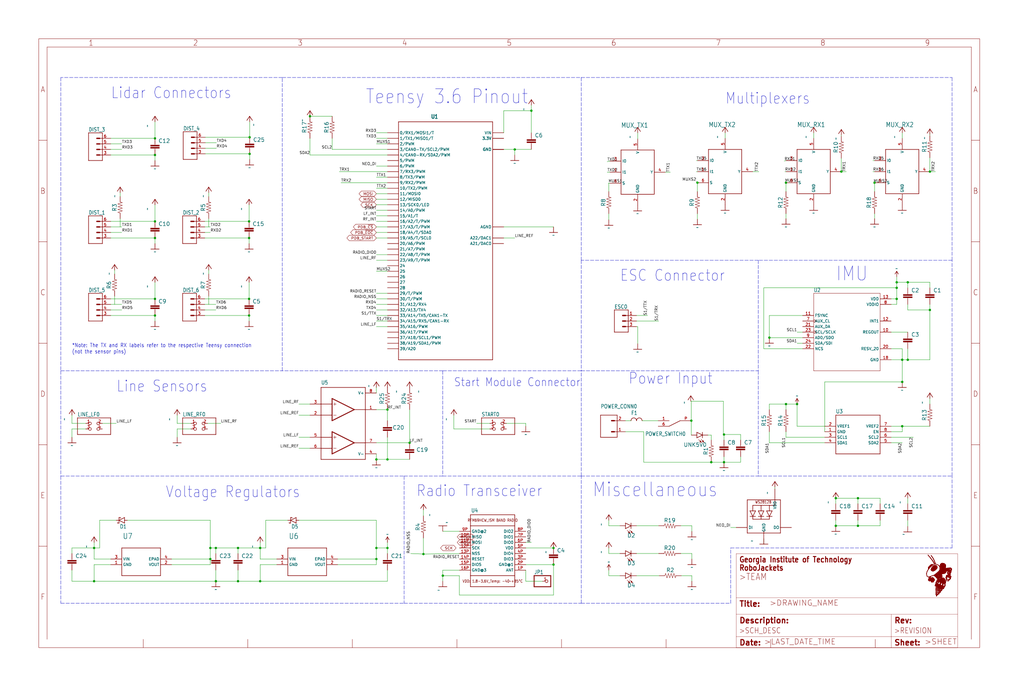
<source format=kicad_sch>
(kicad_sch (version 20211123) (generator eeschema)
  (paper "User" 469.9 318.516)
  (lib_symbols
    (symbol "rwTimmiCB-eagle-import:+3V3" (power)
      (property "Value" "+3V3" (at -2.54 -5.08 90))
      (symbol "+3V3_1_0"
        (pin power_in line (at 0 -2.54 90) (length 2.54) (name "+3V3") (number "1"))
      )
    )
    (symbol "rwTimmiCB-eagle-import:+5V" (power)
      (property "Value" "+5V" (at -2.54 -5.08 90))
      (symbol "+5V_1_0"
        (pin power_in line (at 0 -2.54 90) (length 2.54) (name "+5V") (number "1"))
      )
    )
    (symbol "rwTimmiCB-eagle-import:0.1UF-0603-25V-(+80{slash}-20%)"
      (property "Reference" "C" (at 1.524 2.921 0))
      (property "Value" "0.1UF-0603-25V-(+80{slash}-20%)" (at 1.524 -2.159 0))
      (symbol "0.1UF-0603-25V-(+80{slash}-20%)_1_0"
        (pin passive line (at 0 5.08 270) (length 2.54) (name "1") (number "1"))
        (pin passive line (at 0 -2.54 90) (length 2.54) (name "2") (number "2"))
      )
    )
    (symbol "rwTimmiCB-eagle-import:0532610371"
      (property "Reference" "J" (at -2.54 7.62 0))
      (property "Value" "0532610371" (at -2.54 -7.62 0))
      (symbol "0532610371_1_0"
        (pin passive line (at 7.62 2.54 180) (length 5.08) (name "3") (number "1"))
        (pin passive line (at 7.62 0 180) (length 5.08) (name "2") (number "2"))
        (pin passive line (at 7.62 -2.54 180) (length 5.08) (name "1") (number "3"))
      )
    )
    (symbol "rwTimmiCB-eagle-import:0532610471"
      (property "Reference" "J" (at -5.08 10.16 0))
      (property "Value" "0532610471" (at -5.08 -7.62 0))
      (symbol "0532610471_1_0"
        (pin passive line (at 5.08 -2.54 180) (length 5.08) (name "1") (number "3"))
        (pin passive line (at 5.08 0 180) (length 5.08) (name "2") (number "4"))
        (pin passive line (at 5.08 2.54 180) (length 5.08) (name "3") (number "5"))
        (pin passive line (at 5.08 5.08 180) (length 5.08) (name "4") (number "6"))
      )
    )
    (symbol "rwTimmiCB-eagle-import:1.8V" (power)
      (property "Value" "1.8V" (at 0 2.794 0))
      (symbol "1.8V_1_0"
        (pin power_in line (at 0 0 90) (length 2.54) (name "1.8V") (number "1"))
      )
    )
    (symbol "rwTimmiCB-eagle-import:100OHM-0603-1{slash}4W-5%"
      (property "Reference" "R" (at 0 1.524 0))
      (property "Value" "100OHM-0603-1{slash}4W-5%" (at 0 -1.524 0))
      (symbol "100OHM-0603-1{slash}4W-5%_1_0"
        (pin passive line (at -5.08 0 0) (length 2.54) (name "1") (number "1"))
        (pin passive line (at 5.08 0 180) (length 2.54) (name "2") (number "2"))
      )
    )
    (symbol "rwTimmiCB-eagle-import:1719770002"
      (property "Reference" "J" (at -5.08 7.62 0))
      (property "Value" "1719770002" (at -5.08 -7.62 0))
      (symbol "1719770002_1_0"
        (pin bidirectional line (at 7.62 -2.54 180) (length 5.08) (name "P$2") (number "1"))
        (pin bidirectional line (at 7.62 2.54 180) (length 5.08) (name "P$1") (number "2"))
      )
    )
    (symbol "rwTimmiCB-eagle-import:1KOHM-0603-1{slash}10W-1%"
      (property "Reference" "R" (at 0 1.524 0))
      (property "Value" "1KOHM-0603-1{slash}10W-1%" (at 0 -1.524 0))
      (symbol "1KOHM-0603-1{slash}10W-1%_1_0"
        (pin passive line (at -5.08 0 0) (length 2.54) (name "1") (number "1"))
        (pin passive line (at 5.08 0 180) (length 2.54) (name "2") (number "2"))
      )
    )
    (symbol "rwTimmiCB-eagle-import:200OHM-0603-1{slash}10W-1%"
      (property "Reference" "R" (at 0 1.524 0))
      (property "Value" "200OHM-0603-1{slash}10W-1%" (at 0 -1.524 0))
      (symbol "200OHM-0603-1{slash}10W-1%_1_0"
        (pin passive line (at -5.08 0 0) (length 2.54) (name "1") (number "1"))
        (pin passive line (at 5.08 0 180) (length 2.54) (name "2") (number "2"))
      )
    )
    (symbol "rwTimmiCB-eagle-import:6.2OHM-0603-1{slash}10W-5%"
      (property "Reference" "R" (at 0 1.524 0))
      (property "Value" "6.2OHM-0603-1{slash}10W-5%" (at 0 -1.524 0))
      (symbol "6.2OHM-0603-1{slash}10W-5%_1_0"
        (pin passive line (at -5.08 0 0) (length 2.54) (name "1") (number "1"))
        (pin passive line (at 5.08 0 180) (length 2.54) (name "2") (number "2"))
      )
    )
    (symbol "rwTimmiCB-eagle-import:74LVC1G157GW,125"
      (property "Reference" "U" (at -7.62 17.78 0))
      (property "Value" "74LVC1G157GW,125" (at -7.62 -20.32 0))
      (symbol "74LVC1G157GW,125_1_0"
        (pin passive line (at -12.7 0 0) (length 5.08) (name "I1") (number "1"))
        (pin passive line (at 0 -15.24 90) (length 5.08) (name "GND") (number "2"))
        (pin passive line (at -12.7 5.08 0) (length 5.08) (name "I0") (number "3"))
        (pin passive line (at 12.7 0 180) (length 5.08) (name "Y") (number "4"))
        (pin passive line (at 0 15.24 270) (length 5.08) (name "V") (number "5"))
        (pin passive line (at -12.7 -5.08 0) (length 5.08) (name "S") (number "6"))
      )
    )
    (symbol "rwTimmiCB-eagle-import:75869-130LF"
      (property "Reference" "J" (at -7.62 4.445 0))
      (property "Value" "75869-130LF" (at -7.62 -4.318 0))
      (symbol "75869-130LF_1_0"
        (pin passive inverted (at -3.81 1.27 0) (length 2.54) (name "1") (number "1"))
        (pin passive inverted (at 3.81 1.27 180) (length 2.54) (name "2") (number "2"))
        (pin passive inverted (at -3.81 -1.27 0) (length 2.54) (name "3") (number "3"))
        (pin passive inverted (at 3.81 -1.27 180) (length 2.54) (name "4") (number "4"))
      )
    )
    (symbol "rwTimmiCB-eagle-import:AP2114H-TRG1"
      (property "Reference" "U" (at -7.62 5.588 0))
      (property "Value" "AP2114H-TRG1" (at -7.62 -8.128 0))
      (symbol "AP2114H-TRG1_1_0"
        (pin passive line (at -12.7 -2.54 0) (length 5.08) (name "GND") (number "1"))
        (pin passive line (at 15.24 -2.54 180) (length 5.08) (name "VOUT") (number "2"))
        (pin passive line (at -12.7 0 0) (length 5.08) (name "VIN") (number "3"))
        (pin passive line (at 15.24 0 180) (length 5.08) (name "EPAD") (number "4"))
      )
    )
    (symbol "rwTimmiCB-eagle-import:C1F3.5"
      (property "Reference" "XF" (at -2.54 2.54 0))
      (property "Value" "C1F3.5" (at -2.54 -2.54 0))
      (symbol "C1F3.5_1_0"
        (pin bidirectional line (at -2.54 0 0) (length 0) (name "P$1") (number "1"))
        (pin bidirectional line (at 2.54 0 0) (length 0) (name "P$2") (number "2"))
      )
    )
    (symbol "rwTimmiCB-eagle-import:DFLS130L-7"
      (property "Reference" "D" (at -2.54 2.54 0))
      (property "Value" "DFLS130L-7" (at -2.54 -2.54 0))
      (symbol "DFLS130L-7_1_0"
        (pin passive line (at -2.54 0 0) (length 0) (name "A") (number "1"))
        (pin passive line (at 2.54 0 180) (length 0) (name "C") (number "2"))
      )
    )
    (symbol "rwTimmiCB-eagle-import:FRAME_B_L"
      (symbol "FRAME_B_L_1_0"
        (text "1" (at 23.9889 277.495 0) (effects (font (size 2.54 2.286))))
        (text "2" (at 71.9667 277.495 0) (effects (font (size 2.54 2.286))))
        (text "3" (at 119.9444 277.495 0) (effects (font (size 2.54 2.286))))
        (text "4" (at 167.9222 277.495 0) (effects (font (size 2.54 2.286))))
        (text "5" (at 215.9 277.495 0) (effects (font (size 2.54 2.286))))
        (text "6" (at 263.8778 277.495 0) (effects (font (size 2.54 2.286))))
        (text "7" (at 311.8556 277.495 0) (effects (font (size 2.54 2.286))))
        (text "8" (at 359.8333 277.495 0) (effects (font (size 2.54 2.286))))
        (text "9" (at 407.8111 277.495 0) (effects (font (size 2.54 2.286))))
        (text "A" (at 1.905 256.1167 0) (effects (font (size 2.54 2.286))))
        (text "A" (at 429.895 256.1167 0) (effects (font (size 2.54 2.286))))
        (text "B" (at 1.905 209.55 0) (effects (font (size 2.54 2.286))))
        (text "B" (at 429.895 209.55 0) (effects (font (size 2.54 2.286))))
        (text "C" (at 1.905 162.9833 0) (effects (font (size 2.54 2.286))))
        (text "C" (at 429.895 162.9833 0) (effects (font (size 2.54 2.286))))
        (text "D" (at 1.905 116.4167 0) (effects (font (size 2.54 2.286))))
        (text "D" (at 429.895 116.4167 0) (effects (font (size 2.54 2.286))))
        (text "E" (at 1.905 69.85 0) (effects (font (size 2.54 2.286))))
        (text "E" (at 429.895 69.85 0) (effects (font (size 2.54 2.286))))
        (text "F" (at 1.905 23.2833 0) (effects (font (size 2.54 2.286))))
        (text "F" (at 429.895 23.2833 0) (effects (font (size 2.54 2.286))))
      )
      (symbol "FRAME_B_L_2_0"
        (text ">DRAWING_NAME" (at 15.24 19.05 0) (effects (font (size 2.54 2.54)) (justify left bottom)))
        (text ">LAST_DATE_TIME" (at 12.7 1.27 0) (effects (font (size 2.54 2.54)) (justify left bottom)))
        (text ">REVISION" (at 72.39 6.35 0) (effects (font (size 2.54 2.159)) (justify left bottom)))
        (text ">SCH_DESC" (at 1.27 6.35 0) (effects (font (size 2.54 2.159)) (justify left bottom)))
        (text ">SHEET" (at 86.36 1.27 0) (effects (font (size 2.54 2.54)) (justify left bottom)))
        (text ">TEAM" (at 1.27 34.29 0) (effects (font (size 3.048 2.5908)) (justify left top)))
        (text "Date:" (at 1.27 3.81 0) (effects (font (size 2.54 2.54) (thickness 0.508) bold) (justify left top)))
        (text "Description:" (at 1.27 13.97 0) (effects (font (size 2.54 2.54) (thickness 0.508) bold) (justify left top)))
        (text "Georgia Institute of Technology" (at 1.27 41.91 0) (effects (font (size 2.54 2.159) (thickness 0.4318) bold) (justify left top)))
        (text "Rev:" (at 72.39 13.97 0) (effects (font (size 2.54 2.54) (thickness 0.508) bold) (justify left top)))
        (text "RoboJackets" (at 1.27 38.1 0) (effects (font (size 2.54 2.159) (thickness 0.4318) bold) (justify left top)))
        (text "Sheet:" (at 72.39 3.81 0) (effects (font (size 2.54 2.54) (thickness 0.508) bold) (justify left top)))
        (text "Title:" (at 1.27 21.59 0) (effects (font (size 2.54 2.54) (thickness 0.508) bold) (justify left top)))
      )
    )
    (symbol "rwTimmiCB-eagle-import:GND" (power)
      (property "Value" "GND" (at -2.54 -2.54 0))
      (symbol "GND_1_0"
        (pin power_in line (at 0 2.54 270) (length 2.54) (name "GND") (number "1"))
      )
    )
    (symbol "rwTimmiCB-eagle-import:GPTS202312B"
      (property "Reference" "SW" (at -5.08 5.08 0))
      (property "Value" "GPTS202312B" (at -5.08 -5.08 0))
      (symbol "GPTS202312B_1_0"
        (pin passive line (at 7.62 0 180) (length 5.08) (name "B") (number "1"))
        (pin passive line (at 7.62 2.54 180) (length 5.08) (name "A") (number "6"))
        (pin passive line (at -7.62 0 0) (length 5.08) (name "COMMON") (number "P"))
      )
    )
    (symbol "rwTimmiCB-eagle-import:ICM-20948"
      (property "Reference" "U" (at -15.24 18.034 0))
      (property "Value" "ICM-20948" (at -15.24 -18.034 0))
      (symbol "ICM-20948_1_0"
        (pin passive line (at 20.32 0 180) (length 5.08) (name "REGOUT") (number "10"))
        (pin passive line (at -20.32 7.62 0) (length 5.08) (name "FSYNC") (number "11"))
        (pin passive line (at 20.32 5.08 180) (length 5.08) (name "INT1") (number "12"))
        (pin passive line (at 20.32 15.24 180) (length 5.08) (name "VDD") (number "13"))
        (pin passive line (at 20.32 -12.7 180) (length 5.08) (name "GND") (number "18"))
        (pin passive line (at 20.32 -7.62 180) (length 5.08) (name "RESV_20") (number "20"))
        (pin passive line (at -20.32 2.54 0) (length 5.08) (name "AUX_DA") (number "21"))
        (pin passive line (at -20.32 -7.62 0) (length 5.08) (name "NCS") (number "22"))
        (pin passive clock (at -20.32 0 0) (length 5.08) (name "SCL/SCLK") (number "23"))
        (pin passive line (at -20.32 -5.08 0) (length 5.08) (name "SDA/SDI") (number "24"))
        (pin passive clock (at -20.32 5.08 0) (length 5.08) (name "AUX_CL") (number "7"))
        (pin passive line (at 20.32 12.7 180) (length 5.08) (name "VDDIO") (number "8"))
        (pin passive line (at -20.32 -2.54 0) (length 5.08) (name "AD0/SDO") (number "9"))
      )
    )
    (symbol "rwTimmiCB-eagle-import:LED0603"
      (property "Reference" "D" (at -3.429 -4.572 90))
      (property "Value" "LED0603" (at 1.905 -4.572 90))
      (symbol "LED0603_1_0"
        (pin passive line (at 0 2.54 270) (length 2.54) (name "A") (number "A"))
        (pin passive line (at 0 -5.08 90) (length 2.54) (name "C") (number "C"))
      )
    )
    (symbol "rwTimmiCB-eagle-import:LM393ADR"
      (property "Reference" "U" (at -10.16 19.05 0))
      (property "Value" "LM393ADR" (at -9.906 -16.51 0))
      (symbol "LM393ADR_1_0"
        (pin passive line (at 15.24 7.62 180) (length 5.08) (name "OUTA") (number "1"))
        (pin passive line (at -15.24 5.08 0) (length 5.08) (name "INA-") (number "2"))
        (pin passive line (at -15.24 10.16 0) (length 5.08) (name "INA+") (number "3"))
        (pin passive line (at 15.24 -12.7 180) (length 5.08) (name "V-") (number "4"))
        (pin passive line (at -15.24 -5.08 0) (length 5.08) (name "INB+") (number "5"))
        (pin passive line (at -15.24 -10.16 0) (length 5.08) (name "INB-") (number "6"))
        (pin passive line (at 15.24 -7.62 180) (length 5.08) (name "OUTB") (number "7"))
        (pin passive line (at 15.24 15.24 180) (length 5.08) (name "V+") (number "8"))
      )
    )
    (symbol "rwTimmiCB-eagle-import:PCA9306"
      (property "Reference" "U" (at -5.08 10.414 0))
      (property "Value" "PCA9306" (at -5.08 -7.874 0))
      (symbol "PCA9306_1_0"
        (pin passive line (at -10.16 2.54 0) (length 5.08) (name "GND") (number "1"))
        (pin passive line (at -10.16 5.08 0) (length 5.08) (name "VREF1") (number "2"))
        (pin passive line (at -10.16 0 0) (length 5.08) (name "SCL1") (number "3"))
        (pin passive line (at -10.16 -2.54 0) (length 5.08) (name "SDA1") (number "4"))
        (pin passive line (at 20.32 -2.54 180) (length 5.08) (name "SDA2") (number "5"))
        (pin passive line (at 20.32 0 180) (length 5.08) (name "SCL2") (number "6"))
        (pin passive line (at 20.32 5.08 180) (length 5.08) (name "VREF2") (number "7"))
        (pin passive line (at 20.32 2.54 180) (length 5.08) (name "EN") (number "8"))
      )
    )
    (symbol "rwTimmiCB-eagle-import:PINHD-1X1"
      (property "Reference" "JP" (at -6.35 3.175 0))
      (property "Value" "PINHD-1X1" (at -6.35 -5.08 0))
      (symbol "PINHD-1X1_1_0"
        (pin passive inverted (at -2.54 0 0) (length 2.54) (name "1") (number "1"))
      )
    )
    (symbol "rwTimmiCB-eagle-import:RFM69HCW_SMT"
      (property "Reference" "U" (at -10.16 17.78 0))
      (property "Value" "RFM69HCW_SMT" (at -10.16 -20.32 0))
      (symbol "RFM69HCW_SMT_1_0"
        (text "RFM69HCW_ISM BAND RADIO" (at 0 12.7 0) (effects (font (size 1.27 1.0795))))
        (text "VDD: 1.8-3.6V_Temp: -40~+85°C" (at 0 -15.24 0) (effects (font (size 1.27 1.0795))))
        (pin passive line (at -15.24 5.08 0) (length 5.08) (name "MISO") (number "10P"))
        (pin passive line (at -15.24 2.54 0) (length 5.08) (name "MOSI") (number "11P"))
        (pin passive line (at -15.24 0 0) (length 5.08) (name "SCK") (number "12P"))
        (pin passive line (at -15.24 -2.54 0) (length 5.08) (name "NSS") (number "13P"))
        (pin passive line (at -15.24 -5.08 0) (length 5.08) (name "RESET") (number "14P"))
        (pin passive line (at -15.24 -7.62 0) (length 5.08) (name "DIO5") (number "15P"))
        (pin passive line (at -15.24 -10.16 0) (length 5.08) (name "GND@3") (number "16P"))
        (pin passive line (at 15.24 -10.16 180) (length 5.08) (name "ANT") (number "1P"))
        (pin passive line (at 15.24 -7.62 180) (length 5.08) (name "GND@1") (number "2P"))
        (pin passive line (at 15.24 -5.08 180) (length 5.08) (name "DIO3") (number "3P"))
        (pin passive line (at 15.24 -2.54 180) (length 5.08) (name "DIO4") (number "4P"))
        (pin passive line (at 15.24 0 180) (length 5.08) (name "VDD") (number "5P"))
        (pin passive line (at 15.24 2.54 180) (length 5.08) (name "DIO0") (number "6P"))
        (pin passive line (at 15.24 5.08 180) (length 5.08) (name "DIO1") (number "7P"))
        (pin passive line (at 15.24 7.62 180) (length 5.08) (name "DIO2") (number "8P"))
        (pin passive line (at -15.24 7.62 0) (length 5.08) (name "GND@2") (number "9P"))
      )
    )
    (symbol "rwTimmiCB-eagle-import:TEENSY_3.6"
      (property "Reference" "U" (at -22.86 56.134 0))
      (property "Value" "TEENSY_3.6" (at -22.86 -53.594 0))
      (symbol "TEENSY_3.6_1_0"
        (pin passive line (at -27.94 50.8 0) (length 5.08) (name "0/RX1/MOSI1/T") (number "0"))
        (pin passive line (at -27.94 48.26 0) (length 5.08) (name "1/TX1/MISO1/T") (number "1"))
        (pin passive line (at -27.94 25.4 0) (length 5.08) (name "10/TX2/PWM") (number "10"))
        (pin passive line (at -27.94 22.86 0) (length 5.08) (name "11/MOSI0") (number "11"))
        (pin passive line (at -27.94 20.32 0) (length 5.08) (name "12/MISO0") (number "12"))
        (pin passive line (at -27.94 17.78 0) (length 5.08) (name "13/SCK0/LED") (number "13"))
        (pin passive line (at -27.94 15.24 0) (length 5.08) (name "14/A0/PWM") (number "14/A0"))
        (pin passive line (at -27.94 12.7 0) (length 5.08) (name "15/A1/T") (number "15/A1"))
        (pin passive line (at -27.94 10.16 0) (length 5.08) (name "16/A2/T/PWM") (number "16/A2"))
        (pin passive line (at -27.94 7.62 0) (length 5.08) (name "17/A3/T/PWM") (number "17/A3"))
        (pin passive line (at -27.94 5.08 0) (length 5.08) (name "18/A4/T/SDA0") (number "18/A4"))
        (pin passive line (at -27.94 2.54 0) (length 5.08) (name "19/A5/T/SCL0") (number "19/A5"))
        (pin passive line (at -27.94 45.72 0) (length 5.08) (name "2/PWM") (number "2"))
        (pin passive line (at -27.94 0 0) (length 5.08) (name "20/A6/PWM") (number "20/A6"))
        (pin passive line (at -27.94 -2.54 0) (length 5.08) (name "21/A7/PWM") (number "21/A7"))
        (pin passive line (at -27.94 -5.08 0) (length 5.08) (name "22/A8/T/PWM") (number "22/A8"))
        (pin passive line (at -27.94 -7.62 0) (length 5.08) (name "23/A9/T/PWM") (number "23/A9"))
        (pin passive line (at -27.94 -10.16 0) (length 5.08) (name "24") (number "24"))
        (pin passive line (at -27.94 -12.7 0) (length 5.08) (name "25") (number "25"))
        (pin passive line (at -27.94 -15.24 0) (length 5.08) (name "26") (number "26"))
        (pin passive line (at -27.94 -17.78 0) (length 5.08) (name "27") (number "27"))
        (pin passive line (at -27.94 -20.32 0) (length 5.08) (name "28") (number "28"))
        (pin passive line (at -27.94 -22.86 0) (length 5.08) (name "29/T/PWM") (number "29"))
        (pin passive line (at -27.94 43.18 0) (length 5.08) (name "3/CAN0-TX/SCL2/PWM") (number "3"))
        (pin passive line (at 25.4 48.26 180) (length 5.08) (name "3.3V") (number "3.3V"))
        (pin passive line (at 25.4 48.26 180) (length 5.08) (name "3.3V") (number "3.3V3"))
        (pin passive line (at -27.94 -25.4 0) (length 5.08) (name "30/T/PWM") (number "30"))
        (pin passive line (at -27.94 -27.94 0) (length 5.08) (name "31/A12/RX4") (number "31/A12"))
        (pin passive line (at -27.94 -30.48 0) (length 5.08) (name "32/A13/TX4") (number "32/A13"))
        (pin passive line (at -27.94 -33.02 0) (length 5.08) (name "33/A14/TX5/CAN1-TX") (number "33/A14"))
        (pin passive line (at -27.94 -35.56 0) (length 5.08) (name "34/A15/RX5/CAN1-RX") (number "34/A15"))
        (pin passive line (at -27.94 -38.1 0) (length 5.08) (name "35/A16/PWM") (number "35/A16"))
        (pin passive line (at -27.94 -40.64 0) (length 5.08) (name "36/A17/PWM") (number "36/A17"))
        (pin passive line (at -27.94 -43.18 0) (length 5.08) (name "37/A18/SCL1/PWM") (number "37/A18"))
        (pin passive line (at -27.94 -45.72 0) (length 5.08) (name "38/A19/SDA1/PWM") (number "38/A19"))
        (pin passive line (at -27.94 -48.26 0) (length 5.08) (name "39/A20") (number "39/A20"))
        (pin passive line (at -27.94 40.64 0) (length 5.08) (name "4/CAN0-RX/SDA2/PWM") (number "4"))
        (pin passive line (at -27.94 38.1 0) (length 5.08) (name "5/PWM") (number "5"))
        (pin passive line (at -27.94 35.56 0) (length 5.08) (name "6/PWM") (number "6"))
        (pin passive line (at -27.94 33.02 0) (length 5.08) (name "7/RX3/PWM") (number "7"))
        (pin passive line (at -27.94 30.48 0) (length 5.08) (name "8/TX3/PWM") (number "8"))
        (pin passive line (at -27.94 27.94 0) (length 5.08) (name "9/RX2/PWM") (number "9"))
        (pin passive line (at 25.4 0 180) (length 5.08) (name "A21/DAC0") (number "A21"))
        (pin passive line (at 25.4 2.54 180) (length 5.08) (name "A22/DAC1") (number "A22"))
        (pin passive line (at 25.4 7.62 180) (length 5.08) (name "AGND") (number "AGND"))
        (pin passive line (at 25.4 43.18 180) (length 5.08) (name "GND") (number "GND"))
        (pin passive line (at 25.4 43.18 180) (length 5.08) (name "GND") (number "GND1"))
        (pin passive line (at 25.4 50.8 180) (length 5.08) (name "VIN") (number "VIN"))
      )
    )
    (symbol "rwTimmiCB-eagle-import:WS2812B5050"
      (symbol "WS2812B5050_1_0"
        (text "WS2812B" (at -4.064 8.382 0) (effects (font (size 1.27 1.0795)) (justify left bottom)))
        (pin power_in line (at 5.08 15.24 270) (length 5.08) (name "VDD") (number "1-VDD"))
        (pin output line (at 12.7 -2.54 180) (length 5.08) (name "DO") (number "2-DOUT"))
        (pin power_in line (at 0 -10.16 90) (length 5.08) (name "GND") (number "3-GND"))
        (pin input line (at -12.7 -2.54 0) (length 5.08) (name "DI") (number "4-DIN"))
      )
    )
  )
  (junction (at 96.52 256.54))
  (junction (at 114.554 62.992))
  (junction (at 172.72 251.46))
  (junction (at 43.18 266.7))
  (junction (at 353.06 154.94))
  (junction (at 99.06 266.7))
  (junction (at 96.52 251.46))
  (junction (at 114.3 109.22))
  (junction (at 320.04 83.82))
  (junction (at 332.232 199.39))
  (junction (at 71.12 109.22))
  (junction (at 243.84 50.8))
  (junction (at 411.48 132.08))
  (junction (at 187.96 203.2))
  (junction (at 414.02 165.1))
  (junction (at 119.38 251.46))
  (junction (at 109.22 266.7))
  (junction (at 426.72 142.24))
  (junction (at 114.554 70.612))
  (junction (at 142.24 53.34))
  (junction (at 236.22 68.58))
  (junction (at 177.8 187.96))
  (junction (at 426.72 78.74))
  (junction (at 203.2 264.16))
  (junction (at 71.12 71.12))
  (junction (at 254 259.08))
  (junction (at 332.232 212.09))
  (junction (at 172.72 256.54))
  (junction (at 386.08 78.74))
  (junction (at 414.02 175.26))
  (junction (at 172.72 210.82))
  (junction (at 254 251.46))
  (junction (at 411.48 137.16))
  (junction (at 119.38 266.7))
  (junction (at 71.12 101.6))
  (junction (at 71.12 137.16))
  (junction (at 393.7 241.3))
  (junction (at 177.8 210.82))
  (junction (at 383.54 241.3))
  (junction (at 411.48 129.54))
  (junction (at 71.12 63.5))
  (junction (at 326.39 212.09))
  (junction (at 99.06 251.46))
  (junction (at 401.32 83.82))
  (junction (at 114.3 144.78))
  (junction (at 317.246 193.04))
  (junction (at 71.12 144.78))
  (junction (at 177.8 251.46))
  (junction (at 194.31 254.254))
  (junction (at 360.68 83.82))
  (junction (at 383.54 228.6))
  (junction (at 109.22 251.46))
  (junction (at 393.7 228.6))
  (junction (at 114.3 137.16))
  (junction (at 114.3 101.6))
  (junction (at 365.76 185.42))
  (junction (at 43.18 251.46))
  (junction (at 416.56 129.54))
  (junction (at 416.56 165.1))
  (junction (at 414.02 195.58))
  (junction (at 360.68 185.42))
  (wire (pts (xy 177.8 78.74) (xy 155.702 78.74)))
  (wire (pts (xy 408.94 139.7) (xy 411.48 139.7)))
  (wire (pts (xy 360.68 87.884) (xy 360.68 83.82)))
  (wire (pts (xy 393.7 241.3) (xy 393.7 238.76)))
  (wire (pts (xy 177.8 139.7) (xy 172.72 139.7)))
  (wire (pts (xy 339.852 212.09) (xy 339.852 209.55)))
  (wire (pts (xy 231.14 50.8) (xy 243.84 50.8)))
  (wire (pts (xy 50.8 68.58) (xy 55.88 68.58)))
  (polyline (pts (xy 266.7 276.86) (xy 266.7 218.44)))
  (wire (pts (xy 93.98 142.24) (xy 99.06 142.24)))
  (wire (pts (xy 368.3 154.94) (xy 353.06 154.94)))
  (wire (pts (xy 326.39 212.09) (xy 295.402 212.09)))
  (polyline (pts (xy 129.54 35.56) (xy 266.7 35.56)))
  (wire (pts (xy 411.48 137.16) (xy 411.48 132.08)))
  (wire (pts (xy 332.232 212.09) (xy 326.39 212.09)))
  (wire (pts (xy 71.12 101.6) (xy 71.12 93.98)))
  (wire (pts (xy 177.8 60.96) (xy 172.72 60.96)))
  (polyline (pts (xy 436.88 251.46) (xy 436.88 218.44)))
  (wire (pts (xy 353.06 185.42) (xy 360.68 185.42)))
  (wire (pts (xy 58.42 238.76) (xy 96.52 238.76)))
  (wire (pts (xy 154.94 259.08) (xy 172.72 259.08)))
  (wire (pts (xy 142.24 205.74) (xy 137.16 205.74)))
  (wire (pts (xy 114.3 109.22) (xy 114.3 111.76)))
  (wire (pts (xy 109.22 251.46) (xy 109.22 254)))
  (wire (pts (xy 50.8 109.22) (xy 71.12 109.22)))
  (wire (pts (xy 96.52 238.76) (xy 96.52 251.46)))
  (polyline (pts (xy 27.94 218.44) (xy 27.94 276.86)))
  (wire (pts (xy 142.24 71.12) (xy 177.8 71.12)))
  (wire (pts (xy 50.8 142.24) (xy 55.88 142.24)))
  (wire (pts (xy 386.08 62.484) (xy 386.08 61.976)))
  (wire (pts (xy 177.8 66.04) (xy 172.72 66.04)))
  (wire (pts (xy 403.86 231.14) (xy 403.86 228.6)))
  (wire (pts (xy 50.8 63.5) (xy 71.12 63.5)))
  (wire (pts (xy 43.18 248.92) (xy 43.18 251.46)))
  (wire (pts (xy 292.1 144.78) (xy 297.18 144.78)))
  (wire (pts (xy 326.39 199.644) (xy 326.39 201.93)))
  (wire (pts (xy 287.02 198.12) (xy 295.402 198.12)))
  (wire (pts (xy 320.04 87.884) (xy 320.04 83.82)))
  (wire (pts (xy 316.992 184.15) (xy 331.978 184.15)))
  (wire (pts (xy 119.38 266.7) (xy 177.8 266.7)))
  (wire (pts (xy 177.8 116.84) (xy 172.72 116.84)))
  (wire (pts (xy 177.8 109.22) (xy 172.72 109.22)))
  (wire (pts (xy 55.118 100.33) (xy 55.118 104.14)))
  (wire (pts (xy 50.8 106.68) (xy 55.88 106.68)))
  (wire (pts (xy 236.22 68.58) (xy 236.22 71.12)))
  (wire (pts (xy 172.72 177.8) (xy 172.72 180.34)))
  (wire (pts (xy 401.32 78.74) (xy 400.558 78.74)))
  (wire (pts (xy 142.24 200.66) (xy 137.16 200.66)))
  (wire (pts (xy 426.72 185.42) (xy 426.72 182.88)))
  (wire (pts (xy 279.908 78.994) (xy 278.638 78.994)))
  (wire (pts (xy 368.3 152.4) (xy 365.76 152.4)))
  (wire (pts (xy 210.82 273.05) (xy 210.82 264.16)))
  (wire (pts (xy 292.608 149.86) (xy 292.608 157.734)))
  (wire (pts (xy 177.8 83.82) (xy 156.464 83.82)))
  (wire (pts (xy 231.14 68.58) (xy 236.22 68.58)))
  (polyline (pts (xy 266.7 276.86) (xy 335.28 276.86)))
  (wire (pts (xy 317.5 254) (xy 317.5 256.54)))
  (wire (pts (xy 177.8 147.32) (xy 172.72 147.32)))
  (wire (pts (xy 345.44 78.74) (xy 348.234 78.74)))
  (wire (pts (xy 132.08 238.76) (xy 121.92 238.76)))
  (wire (pts (xy 284.48 241.3) (xy 279.4 241.3)))
  (wire (pts (xy 172.72 251.46) (xy 177.8 251.46)))
  (wire (pts (xy 94.234 65.532) (xy 99.314 65.532)))
  (wire (pts (xy 320.04 100.584) (xy 320.04 98.044)))
  (wire (pts (xy 279.908 73.914) (xy 278.638 74.168)))
  (wire (pts (xy 353.06 203.2) (xy 353.06 198.12)))
  (wire (pts (xy 33.02 196.85) (xy 33.02 200.66)))
  (wire (pts (xy 177.8 99.06) (xy 172.72 99.06)))
  (polyline (pts (xy 27.94 35.56) (xy 27.94 170.18)))
  (wire (pts (xy 177.8 101.6) (xy 172.72 101.6)))
  (polyline (pts (xy 203.2 218.44) (xy 266.7 218.44)))
  (wire (pts (xy 312.42 241.3) (xy 317.5 241.3)))
  (wire (pts (xy 45.72 251.46) (xy 43.18 251.46)))
  (wire (pts (xy 360.68 200.66) (xy 360.68 198.12)))
  (wire (pts (xy 360.68 83.82) (xy 360.172 83.82)))
  (polyline (pts (xy 436.88 35.56) (xy 436.88 119.38)))
  (wire (pts (xy 320.04 83.82) (xy 319.532 83.312)))
  (wire (pts (xy 99.06 251.46) (xy 99.06 254)))
  (polyline (pts (xy 347.98 170.18) (xy 347.98 218.44)))
  (wire (pts (xy 401.32 87.884) (xy 401.32 83.82)))
  (wire (pts (xy 43.18 251.46) (xy 43.18 256.54)))
  (wire (pts (xy 177.8 96.52) (xy 172.72 96.52)))
  (wire (pts (xy 55.118 90.17) (xy 55.118 88.392)))
  (wire (pts (xy 231.14 60.96) (xy 231.14 50.8)))
  (wire (pts (xy 194.31 246.888) (xy 194.31 254.254)))
  (wire (pts (xy 232.41 194.31) (xy 241.3 194.31)))
  (wire (pts (xy 292.1 254) (xy 302.26 254)))
  (wire (pts (xy 243.84 248.92) (xy 241.3 248.92)))
  (wire (pts (xy 50.8 71.12) (xy 71.12 71.12)))
  (wire (pts (xy 231.14 109.22) (xy 236.22 109.22)))
  (wire (pts (xy 78.74 259.08) (xy 96.52 259.08)))
  (wire (pts (xy 360.68 100.33) (xy 360.68 98.044)))
  (wire (pts (xy 203.2 266.7) (xy 203.2 264.16)))
  (wire (pts (xy 93.98 106.68) (xy 96.52 106.68)))
  (wire (pts (xy 81.28 194.31) (xy 81.28 190.5)))
  (wire (pts (xy 95.758 125.73) (xy 95.758 123.952)))
  (wire (pts (xy 416.56 228.6) (xy 416.56 231.14)))
  (wire (pts (xy 33.02 251.46) (xy 33.02 254)))
  (polyline (pts (xy 27.94 218.44) (xy 185.42 218.44)))
  (wire (pts (xy 241.3 251.46) (xy 254 251.46)))
  (wire (pts (xy 152.4 68.58) (xy 152.4 63.5)))
  (wire (pts (xy 408.94 137.16) (xy 411.48 137.16)))
  (wire (pts (xy 210.82 264.16) (xy 203.2 264.16)))
  (wire (pts (xy 177.8 251.46) (xy 177.8 254)))
  (wire (pts (xy 224.79 196.85) (xy 208.28 196.85)))
  (wire (pts (xy 292.608 63.754) (xy 292.608 60.96)))
  (wire (pts (xy 71.12 63.5) (xy 71.12 55.88)))
  (wire (pts (xy 187.96 203.2) (xy 187.96 187.96)))
  (wire (pts (xy 408.94 195.58) (xy 414.02 195.58)))
  (wire (pts (xy 231.14 104.14) (xy 254 104.14)))
  (polyline (pts (xy 266.7 35.56) (xy 266.7 119.38)))
  (wire (pts (xy 50.8 139.7) (xy 55.88 139.7)))
  (wire (pts (xy 71.12 109.22) (xy 71.12 111.76)))
  (wire (pts (xy 416.56 129.54) (xy 426.72 129.54)))
  (wire (pts (xy 95.758 90.17) (xy 95.758 88.392)))
  (wire (pts (xy 241.3 194.31) (xy 241.3 195.58)))
  (wire (pts (xy 355.6 224.282) (xy 355.6 223.52)))
  (wire (pts (xy 279.4 264.16) (xy 279.4 261.62)))
  (wire (pts (xy 109.22 266.7) (xy 119.38 266.7)))
  (wire (pts (xy 177.8 248.92) (xy 177.8 251.46)))
  (wire (pts (xy 332.232 201.93) (xy 332.232 199.39)))
  (wire (pts (xy 426.72 72.39) (xy 426.72 78.74)))
  (wire (pts (xy 96.52 256.54) (xy 96.52 251.46)))
  (wire (pts (xy 414.02 160.02) (xy 414.02 165.1)))
  (polyline (pts (xy 347.98 218.44) (xy 436.88 218.44)))
  (wire (pts (xy 177.8 93.98) (xy 172.72 93.98)))
  (wire (pts (xy 426.72 142.24) (xy 426.72 139.7)))
  (wire (pts (xy 71.12 71.12) (xy 71.12 73.66)))
  (wire (pts (xy 292.1 149.86) (xy 292.608 149.86)))
  (wire (pts (xy 393.7 228.6) (xy 393.7 231.14)))
  (wire (pts (xy 43.18 266.7) (xy 99.06 266.7)))
  (wire (pts (xy 177.8 266.7) (xy 177.8 261.62)))
  (wire (pts (xy 320.04 73.66) (xy 319.532 73.66)))
  (wire (pts (xy 177.8 193.04) (xy 177.8 187.96)))
  (wire (pts (xy 119.38 251.46) (xy 119.38 256.54)))
  (wire (pts (xy 177.8 137.16) (xy 172.72 137.16)))
  (polyline (pts (xy 266.7 170.18) (xy 347.98 170.18)))
  (wire (pts (xy 208.28 196.85) (xy 208.28 190.5)))
  (wire (pts (xy 426.72 165.1) (xy 416.56 165.1)))
  (polyline (pts (xy 335.28 276.86) (xy 335.28 251.46)))
  (wire (pts (xy 365.76 195.58) (xy 365.76 185.42)))
  (wire (pts (xy 142.24 71.12) (xy 142.24 63.5)))
  (wire (pts (xy 194.31 254.254) (xy 188.468 254)))
  (wire (pts (xy 121.92 251.46) (xy 119.38 251.46)))
  (wire (pts (xy 187.96 210.82) (xy 177.8 210.82)))
  (wire (pts (xy 177.8 134.62) (xy 172.72 134.62)))
  (wire (pts (xy 142.24 185.42) (xy 137.16 185.42)))
  (wire (pts (xy 360.68 185.42) (xy 365.76 185.42)))
  (wire (pts (xy 416.56 129.54) (xy 411.48 129.54)))
  (wire (pts (xy 96.52 259.08) (xy 96.52 256.54)))
  (wire (pts (xy 350.52 132.08) (xy 411.48 132.08)))
  (wire (pts (xy 350.52 160.02) (xy 350.52 132.08)))
  (wire (pts (xy 332.232 212.09) (xy 332.232 209.55)))
  (wire (pts (xy 378.46 175.26) (xy 414.02 175.26)))
  (polyline (pts (xy 203.2 170.18) (xy 129.54 170.18)))
  (wire (pts (xy 414.02 195.58) (xy 414.02 198.12)))
  (wire (pts (xy 33.02 266.7) (xy 43.18 266.7)))
  (wire (pts (xy 172.72 203.2) (xy 187.96 203.2)))
  (wire (pts (xy 403.86 238.76) (xy 403.86 241.3)))
  (wire (pts (xy 236.22 68.58) (xy 243.84 68.58)))
  (wire (pts (xy 350.52 249.682) (xy 350.52 247.142)))
  (wire (pts (xy 127 259.08) (xy 119.38 259.08)))
  (wire (pts (xy 401.32 83.82) (xy 400.812 84.074)))
  (polyline (pts (xy 266.7 119.38) (xy 266.7 170.18)))
  (wire (pts (xy 360.68 78.74) (xy 360.172 78.74)))
  (wire (pts (xy 137.16 238.76) (xy 172.72 238.76)))
  (wire (pts (xy 87.63 196.85) (xy 81.28 196.85)))
  (wire (pts (xy 339.852 201.93) (xy 339.852 199.39)))
  (wire (pts (xy 121.92 238.76) (xy 121.92 251.46)))
  (wire (pts (xy 177.8 106.68) (xy 172.72 106.68)))
  (wire (pts (xy 383.54 241.3) (xy 393.7 241.3)))
  (wire (pts (xy 94.234 62.992) (xy 114.554 62.992)))
  (wire (pts (xy 386.08 78.74) (xy 388.366 78.74)))
  (wire (pts (xy 210.82 261.62) (xy 203.2 261.62)))
  (wire (pts (xy 408.94 152.4) (xy 416.56 152.4)))
  (wire (pts (xy 177.8 91.44) (xy 172.72 91.44)))
  (wire (pts (xy 317.5 241.3) (xy 317.5 243.84)))
  (wire (pts (xy 93.98 104.14) (xy 96.52 104.14)))
  (wire (pts (xy 45.72 238.76) (xy 45.72 251.46)))
  (wire (pts (xy 279.4 87.884) (xy 279.4 84.074)))
  (polyline (pts (xy 203.2 170.18) (xy 203.2 218.44)))
  (wire (pts (xy 81.28 196.85) (xy 81.28 200.66)))
  (polyline (pts (xy 436.88 119.38) (xy 347.98 119.38)))
  (wire (pts (xy 224.79 194.31) (xy 218.694 194.31)))
  (polyline (pts (xy 347.98 119.38) (xy 266.7 119.38)))
  (wire (pts (xy 241.3 266.7) (xy 241.3 261.62)))
  (polyline (pts (xy 436.88 218.44) (xy 436.88 119.38)))
  (wire (pts (xy 78.74 256.54) (xy 96.52 256.54)))
  (wire (pts (xy 368.3 157.48) (xy 365.76 157.48)))
  (wire (pts (xy 87.63 194.31) (xy 81.28 194.31)))
  (wire (pts (xy 332.232 212.09) (xy 339.852 212.09)))
  (wire (pts (xy 152.4 68.58) (xy 177.8 68.58)))
  (wire (pts (xy 408.94 200.66) (xy 419.1 200.66)))
  (wire (pts (xy 119.38 251.46) (xy 119.38 248.92)))
  (wire (pts (xy 414.02 165.1) (xy 414.02 175.26)))
  (wire (pts (xy 50.8 66.04) (xy 55.88 66.04)))
  (polyline (pts (xy 27.94 170.18) (xy 27.94 218.44)))
  (wire (pts (xy 386.08 72.644) (xy 386.08 78.74)))
  (polyline (pts (xy 185.42 218.44) (xy 185.42 276.86)))
  (wire (pts (xy 50.8 137.16) (xy 71.12 137.16)))
  (wire (pts (xy 408.94 160.02) (xy 414.02 160.02)))
  (wire (pts (xy 94.234 68.072) (xy 99.314 68.072)))
  (wire (pts (xy 177.8 124.46) (xy 172.72 124.46)))
  (wire (pts (xy 295.402 198.12) (xy 295.402 212.09)))
  (wire (pts (xy 317.246 193.04) (xy 317.246 199.644)))
  (wire (pts (xy 119.38 256.54) (xy 127 256.54)))
  (wire (pts (xy 114.554 62.992) (xy 114.554 55.88)))
  (wire (pts (xy 292.1 147.32) (xy 302.26 147.32)))
  (wire (pts (xy 93.98 101.6) (xy 114.3 101.6)))
  (wire (pts (xy 203.2 264.16) (xy 203.2 261.62)))
  (wire (pts (xy 177.8 81.28) (xy 172.72 81.28)))
  (wire (pts (xy 99.06 266.7) (xy 99.06 261.62)))
  (wire (pts (xy 339.852 199.39) (xy 332.232 199.39)))
  (wire (pts (xy 401.32 100.33) (xy 401.32 98.044)))
  (wire (pts (xy 337.82 242.062) (xy 335.28 242.062)))
  (wire (pts (xy 93.98 109.22) (xy 114.3 109.22)))
  (polyline (pts (xy 266.7 218.44) (xy 347.98 218.44)))
  (wire (pts (xy 142.24 190.5) (xy 137.16 190.5)))
  (wire (pts (xy 43.18 259.08) (xy 43.18 266.7)))
  (polyline (pts (xy 266.7 170.18) (xy 203.2 170.18)))
  (wire (pts (xy 416.56 132.08) (xy 416.56 129.54)))
  (wire (pts (xy 287.02 193.04) (xy 289.56 193.04)))
  (wire (pts (xy 378.46 195.58) (xy 365.76 195.58)))
  (wire (pts (xy 50.8 104.14) (xy 55.88 104.14)))
  (wire (pts (xy 254 273.05) (xy 210.82 273.05)))
  (wire (pts (xy 416.56 238.76) (xy 416.56 241.554)))
  (wire (pts (xy 254 259.08) (xy 254 273.05)))
  (wire (pts (xy 383.54 228.6) (xy 383.54 231.14)))
  (wire (pts (xy 94.234 70.612) (xy 114.554 70.612)))
  (wire (pts (xy 177.8 88.9) (xy 172.72 88.9)))
  (wire (pts (xy 177.8 104.14) (xy 172.72 104.14)))
  (wire (pts (xy 403.86 228.6) (xy 393.7 228.6)))
  (polyline (pts (xy 347.98 119.38) (xy 347.98 170.18)))
  (wire (pts (xy 279.4 100.838) (xy 279.4 98.044)))
  (wire (pts (xy 373.38 63.5) (xy 373.38 60.96)))
  (wire (pts (xy 411.48 139.7) (xy 411.48 137.16)))
  (wire (pts (xy 177.8 200.66) (xy 177.8 210.82)))
  (wire (pts (xy 177.8 187.96) (xy 172.72 187.96)))
  (wire (pts (xy 172.72 256.54) (xy 172.72 251.46)))
  (wire (pts (xy 383.54 228.6) (xy 393.7 228.6)))
  (wire (pts (xy 177.8 144.78) (xy 172.72 144.78)))
  (wire (pts (xy 99.06 251.46) (xy 109.22 251.46)))
  (wire (pts (xy 408.94 203.2) (xy 414.02 203.2)))
  (wire (pts (xy 426.72 195.58) (xy 414.02 195.58)))
  (wire (pts (xy 210.82 254) (xy 194.31 254.254)))
  (wire (pts (xy 50.8 259.08) (xy 43.18 259.08)))
  (wire (pts (xy 46.99 194.31) (xy 53.34 194.31)))
  (wire (pts (xy 177.8 76.2) (xy 172.72 76.2)))
  (wire (pts (xy 93.98 144.78) (xy 114.3 144.78)))
  (wire (pts (xy 177.8 210.82) (xy 172.72 210.82)))
  (wire (pts (xy 378.46 203.2) (xy 353.06 203.2)))
  (polyline (pts (xy 27.94 170.18) (xy 129.54 170.18)))
  (wire (pts (xy 119.38 259.08) (xy 119.38 266.7)))
  (wire (pts (xy 426.72 129.54) (xy 426.72 132.08)))
  (wire (pts (xy 320.04 78.74) (xy 319.532 78.74)))
  (wire (pts (xy 39.37 196.85) (xy 33.02 196.85)))
  (wire (pts (xy 378.46 198.12) (xy 378.46 175.26)))
  (wire (pts (xy 426.72 142.24) (xy 426.72 165.1)))
  (wire (pts (xy 284.48 254) (xy 279.4 254)))
  (wire (pts (xy 43.18 256.54) (xy 50.8 256.54)))
  (wire (pts (xy 99.06 266.7) (xy 109.22 266.7)))
  (wire (pts (xy 393.7 241.3) (xy 403.86 241.3)))
  (wire (pts (xy 416.56 139.7) (xy 416.56 142.24)))
  (wire (pts (xy 305.308 78.994) (xy 307.594 78.994)))
  (wire (pts (xy 248.92 266.7) (xy 241.3 266.7)))
  (wire (pts (xy 414.02 63.5) (xy 414.02 60.96)))
  (polyline (pts (xy 185.42 276.86) (xy 266.7 276.86)))
  (polyline (pts (xy 185.42 218.44) (xy 203.2 218.44)))
  (wire (pts (xy 177.8 86.36) (xy 172.72 86.36)))
  (wire (pts (xy 353.06 154.94) (xy 353.06 144.78)))
  (polyline (pts (xy 266.7 218.44) (xy 266.7 170.18)))
  (wire (pts (xy 383.54 241.3) (xy 383.54 238.76)))
  (wire (pts (xy 53.34 238.76) (xy 45.72 238.76)))
  (polyline (pts (xy 27.94 276.86) (xy 185.42 276.86)))
  (wire (pts (xy 368.3 160.02) (xy 350.52 160.02)))
  (wire (pts (xy 172.72 210.82) (xy 172.72 208.28)))
  (wire (pts (xy 33.02 266.7) (xy 33.02 261.62)))
  (wire (pts (xy 96.52 251.46) (xy 99.06 251.46)))
  (polyline (pts (xy 266.7 35.56) (xy 436.88 35.56)))
  (wire (pts (xy 52.578 135.89) (xy 52.578 139.7)))
  (wire (pts (xy 50.8 101.6) (xy 71.12 101.6)))
  (wire (pts (xy 317.5 266.7) (xy 317.5 264.16)))
  (wire (pts (xy 292.1 241.3) (xy 302.26 241.3)))
  (wire (pts (xy 416.56 165.1) (xy 414.02 165.1)))
  (wire (pts (xy 50.8 144.78) (xy 71.12 144.78)))
  (wire (pts (xy 177.8 119.38) (xy 172.72 119.38)))
  (wire (pts (xy 408.94 198.12) (xy 414.02 198.12)))
  (polyline (pts (xy 129.54 35.56) (xy 27.94 35.56)))
  (wire (pts (xy 408.94 165.1) (xy 414.02 165.1)))
  (wire (pts (xy 93.98 139.7) (xy 99.06 139.7)))
  (wire (pts (xy 302.006 193.04) (xy 294.64 193.04)))
  (wire (pts (xy 324.866 199.644) (xy 326.39 199.644)))
  (wire (pts (xy 332.232 199.39) (xy 331.978 199.39)))
  (wire (pts (xy 52.578 125.73) (xy 52.578 123.952)))
  (wire (pts (xy 43.18 251.46) (xy 33.02 251.46)))
  (wire (pts (xy 172.72 238.76) (xy 172.72 251.46)))
  (wire (pts (xy 194.31 236.728) (xy 194.31 233.934)))
  (polyline (pts (xy 335.28 251.46) (xy 436.88 251.46)))
  (polyline (pts (xy 129.54 170.18) (xy 129.54 35.56)))
  (wire (pts (xy 177.8 63.5) (xy 172.72 63.5)))
  (wire (pts (xy 411.48 132.08) (xy 411.48 129.54)))
  (wire (pts (xy 279.4 241.3) (xy 279.4 238.76)))
  (wire (pts (xy 426.72 78.74) (xy 429.26 78.74)))
  (wire (pts (xy 416.56 160.02) (xy 416.56 165.1)))
  (wire (pts (xy 411.48 129.54) (xy 411.48 127)))
  (wire (pts (xy 114.3 101.6) (xy 114.3 93.98)))
  (wire (pts (xy 93.98 137.16) (xy 114.3 137.16)))
  (wire (pts (xy 172.72 259.08) (xy 172.72 256.54)))
  (wire (pts (xy 109.22 251.46) (xy 119.38 251.46)))
  (wire (pts (xy 33.02 194.31) (xy 33.02 190.5)))
  (wire (pts (xy 317.5 264.16) (xy 312.674 264.16)))
  (wire (pts (xy 254 259.08) (xy 241.3 259.08)))
  (wire (pts (xy 416.56 142.24) (xy 426.72 142.24)))
  (wire (pts (xy 279.4 251.46) (xy 279.4 254)))
  (wire (pts (xy 353.06 187.96) (xy 353.06 185.42)))
  (wire (pts (xy 203.2 243.84) (xy 210.82 243.84)))
  (wire (pts (xy 292.1 264.16) (xy 302.514 264.16)))
  (wire (pts (xy 360.68 73.66) (xy 359.918 73.914)))
  (wire (pts (xy 177.8 142.24) (xy 172.72 142.24)))
  (wire (pts (xy 401.32 73.66) (xy 400.558 73.66)))
  (wire (pts (xy 95.758 135.89) (xy 95.758 139.7)))
  (wire (pts (xy 71.12 144.78) (xy 71.12 147.32)))
  (wire (pts (xy 331.978 199.39) (xy 331.978 184.15)))
  (wire (pts (xy 317.246 184.15) (xy 317.246 193.04)))
  (wire (pts (xy 95.758 100.33) (xy 95.758 104.14)))
  (wire (pts (xy 114.3 137.16) (xy 114.3 129.54)))
  (wire (pts (xy 243.84 48.26) (xy 243.84 50.8)))
  (wire (pts (xy 154.94 256.54) (xy 172.72 256.54)))
  (wire (pts (xy 177.8 149.86) (xy 172.72 149.86)))
  (wire (pts (xy 332.74 63.5) (xy 332.74 60.96)))
  (wire (pts (xy 243.84 60.96) (xy 243.84 50.8)))
  (wire (pts (xy 378.46 200.66) (xy 360.68 200.66)))
  (wire (pts (xy 312.42 254) (xy 317.5 254)))
  (wire (pts (xy 279.146 84.074) (xy 279.908 84.074)))
  (wire (pts (xy 152.4 53.34) (xy 142.24 53.34)))
  (wire (pts (xy 360.68 185.42) (xy 360.68 187.96)))
  (wire (pts (xy 426.72 62.23) (xy 426.72 61.722)))
  (wire (pts (xy 114.554 70.612) (xy 114.554 73.152)))
  (wire (pts (xy 368.3 144.78) (xy 353.06 144.78)))
  (wire (pts (xy 71.12 137.16) (xy 71.12 129.54)))
  (wire (pts (xy 95.25 194.31) (xy 101.346 194.31)))
  (wire (pts (xy 284.48 264.16) (xy 279.4 264.16)))
  (wire (pts (xy 39.37 194.31) (xy 33.02 194.31)))
  (wire (pts (xy 109.22 266.7) (xy 109.22 261.62)))
  (wire (pts (xy 114.3 144.78) (xy 114.3 147.32)))
  (text "Power Input" (at 288.29 176.784 180) (effects (font (size 5.08 4.318)) (justify left bottom)))
  (text "Teensy 3.6 Pinout" (at 167.64 48.26 180) (effects (font (size 6.4516 5.4838)) (justify left bottom)))
  (text "IMU" (at 383.54 129.54 180) (effects (font (size 6.4516 5.4838)) (justify left bottom)))
  (text "Line Sensors" (at 53.34 180.34 180) (effects (font (size 5.08 4.318)) (justify left bottom)))
  (text "Voltage Regulators" (at 75.946 228.854 180) (effects (font (size 5.08 4.318)) (justify left bottom)))
  (text "*Note: The TX and RX labels refer to the respective Teensy connection\n(not the sensor pins)" (at 33.02 162.56 180) (effects (font (size 1.778 1.5113)) (justify left bottom)))
  (text "Lidar Connectors" (at 50.8 45.72 180) (effects (font (size 5.08 4.318)) (justify left bottom)))
  (text "Start Module Connector" (at 208.28 177.8 180) (effects (font (size 3.81 3.2385)) (justify left bottom)))
  (text "Multiplexers" (at 332.74 48.26 180) (effects (font (size 5.08 4.318)) (justify left bottom)))
  (text "Radio Transceiver" (at 191.008 228.346 180) (effects (font (size 5.08 4.318)) (justify left bottom)))
  (text "ESC Connector" (at 284.48 129.54 180) (effects (font (size 5.08 4.318)) (justify left bottom)))
  (text "Miscellaneous" (at 271.78 228.6 180) (effects (font (size 6.4516 5.4838)) (justify left bottom)))
  (label "TRX2" (at 429.26 78.74 90) (effects (font (size 1.2446 1.2446))))
  (label "RADIO_RESET" (at 210.82 256.54 180) (effects (font (size 1.2446 1.2446))))
  (label "SCL2" (at 419.1 200.66 270) (effects (font (size 1.2446 1.2446))))
  (label "RXD3" (at 55.88 68.58 0) (effects (font (size 1.2446 1.2446))))
  (label "MUXS1" (at 279.146 84.074 0) (effects (font (size 1.2446 1.2446))))
  (label "RADIO_RESET" (at 172.72 134.62 180) (effects (font (size 1.2446 1.2446))))
  (label "SDA2" (at 142.24 71.12 180) (effects (font (size 1.2446 1.2446))))
  (label "RADIO_NSS" (at 188.468 254 90) (effects (font (size 1.2446 1.2446))))
  (label "TXD6" (at 319.532 78.74 0) (effects (font (size 1.2446 1.2446))))
  (label "RXD1" (at 55.88 106.68 0) (effects (font (size 1.2446 1.2446))))
  (label "TXD2" (at 278.638 78.994 0) (effects (font (size 1.2446 1.2446))))
  (label "LINE_LF" (at 172.72 149.86 180) (effects (font (size 1.2446 1.2446))))
  (label "TXD1" (at 55.88 104.14 0) (effects (font (size 1.2446 1.2446))))
  (label "SCL1" (at 360.68 200.66 270) (effects (font (size 1.2446 1.2446))))
  (label "START" (at 172.72 96.52 180) (effects (font (size 1.2446 1.2446))))
  (label "MUXS1" (at 172.72 66.04 0) (effects (font (size 1.2446 1.2446))))
  (label "SDA2" (at 414.02 203.2 270) (effects (font (size 1.2446 1.2446))))
  (label "RXD4" (at 99.314 68.072 0) (effects (font (size 1.2446 1.2446))))
  (label "LINE_LF" (at 137.16 200.66 180) (effects (font (size 1.2446 1.2446))))
  (label "SCL2" (at 152.4 68.58 180) (effects (font (size 1.2446 1.2446))))
  (label "TXD5" (at 319.532 73.66 0) (effects (font (size 1.2446 1.2446))))
  (label "TXD2" (at 96.52 104.14 0) (effects (font (size 1.2446 1.2446))))
  (label "LINE_REF" (at 236.22 109.22 0) (effects (font (size 1.2446 1.2446))))
  (label "NEO_DI" (at 172.72 76.2 180) (effects (font (size 1.2446 1.2446))))
  (label "LINE_REF" (at 137.16 205.74 180) (effects (font (size 1.2446 1.2446))))
  (label "TTX1" (at 307.594 78.994 90) (effects (font (size 1.2446 1.2446))))
  (label "TTX1" (at 172.72 81.28 0) (effects (font (size 1.2446 1.2446))))
  (label "LF_INT" (at 172.72 99.06 180) (effects (font (size 1.2446 1.2446))))
  (label "RXD6" (at 400.558 78.74 0) (effects (font (size 1.2446 1.2446))))
  (label "MUXS2" (at 172.72 124.46 0) (effects (font (size 1.2446 1.2446))))
  (label "RF_INT" (at 172.72 101.6 180) (effects (font (size 1.2446 1.2446))))
  (label "SDA1" (at 365.76 157.48 180) (effects (font (size 1.2446 1.2446))))
  (label "RF_INT" (at 177.8 187.96 0) (effects (font (size 1.2446 1.2446))))
  (label "TXD3" (at 55.88 66.04 0) (effects (font (size 1.2446 1.2446))))
  (label "SCL1" (at 365.76 152.4 180) (effects (font (size 1.2446 1.2446))))
  (label "RXD4" (at 172.72 139.7 180) (effects (font (size 1.2446 1.2446))))
  (label "TXD3" (at 172.72 63.5 180) (effects (font (size 1.2446 1.2446))))
  (label "LF_INT" (at 187.96 203.2 0) (effects (font (size 1.2446 1.2446))))
  (label "START" (at 218.694 194.31 180) (effects (font (size 1.2446 1.2446))))
  (label "MUXS2" (at 400.812 84.074 0) (effects (font (size 1.2446 1.2446))))
  (label "TXD5" (at 55.88 139.7 0) (effects (font (size 1.2446 1.2446))))
  (label "TXD4" (at 172.72 142.24 180) (effects (font (size 1.2446 1.2446))))
  (label "TXD1" (at 278.638 74.168 0) (effects (font (size 1.2446 1.2446))))
  (label "RADIO_NSS" (at 172.72 137.16 180) (effects (font (size 1.2446 1.2446))))
  (label "RXD5" (at 400.558 73.66 0) (effects (font (size 1.2446 1.2446))))
  (label "NEO_DI" (at 335.28 242.062 180) (effects (font (size 1.2446 1.2446))))
  (label "S1/TRX" (at 172.72 147.32 0) (effects (font (size 1.2446 1.2446))))
  (label "LINE_RF" (at 137.16 185.42 180) (effects (font (size 1.2446 1.2446))))
  (label "RXD5" (at 55.88 142.24 0) (effects (font (size 1.2446 1.2446))))
  (label "TTX2" (at 172.72 86.36 0) (effects (font (size 1.2446 1.2446))))
  (label "LINE_REF" (at 137.16 190.5 180) (effects (font (size 1.2446 1.2446))))
  (label "RADIO_DIO0" (at 172.72 116.84 180) (effects (font (size 1.2446 1.2446))))
  (label "TRX1" (at 388.366 78.74 90) (effects (font (size 1.2446 1.2446))))
  (label "RXD6" (at 99.06 142.24 0) (effects (font (size 1.2446 1.2446))))
  (label "RXD1" (at 359.918 73.914 0) (effects (font (size 1.2446 1.2446))))
  (label "TXD6" (at 99.06 139.7 0) (effects (font (size 1.2446 1.2446))))
  (label "RXD3" (at 172.72 60.96 180) (effects (font (size 1.2446 1.2446))))
  (label "S1/TTX" (at 172.72 144.78 180) (effects (font (size 1.2446 1.2446))))
  (label "TRX2" (at 156.464 83.82 0) (effects (font (size 1.2446 1.2446))))
  (label "LINE_RF" (at 172.72 119.38 180) (effects (font (size 1.2446 1.2446))))
  (label "S1/TTX" (at 297.18 144.78 90) (effects (font (size 1.2446 1.2446))))
  (label "TTX2" (at 348.234 78.74 90) (effects (font (size 1.2446 1.2446))))
  (label "TXD4" (at 99.314 65.532 0) (effects (font (size 1.2446 1.2446))))
  (label "TRX1" (at 155.702 78.74 0) (effects (font (size 1.2446 1.2446))))
  (label "MUXS1" (at 360.172 83.82 0) (effects (font (size 1.2446 1.2446))))
  (label "LINE_RF" (at 101.346 194.31 0) (effects (font (size 1.2446 1.2446))))
  (label "RADIO_DIO0" (at 243.84 248.92 90) (effects (font (size 1.2446 1.2446))))
  (label "LINE_LF" (at 53.34 194.31 0) (effects (font (size 1.2446 1.2446))))
  (label "RXD2" (at 360.172 78.74 0) (effects (font (size 1.2446 1.2446))))
  (label "SDA1" (at 353.06 203.2 270) (effects (font (size 1.2446 1.2446))))
  (label "S1/TRX" (at 302.26 147.32 90) (effects (font (size 1.2446 1.2446))))
  (label "MUXS2" (at 319.532 83.312 180) (effects (font (size 1.2446 1.2446))))
  (label "RXD2" (at 96.52 106.68 0) (effects (font (size 1.2446 1.2446))))
  (global_label "MOSI" (shape bidirectional) (at 209.804 248.92 0) (effects (font (size 1.2446 1.2446))) (property "Intersheet References" "${INTERSHEET_REFS}" (effects hide)))
  (global_label "SCK" (shape bidirectional) (at 172.72 93.98 180) (effects (font (size 1.2446 1.2446))) (property "Intersheet References" "${INTERSHEET_REFS}" (effects hide)))
  (global_label "PDB_~{EOC}" (shape bidirectional) (at 172.72 106.68 180) (effects (font (size 1.2446 1.2446))) (property "Intersheet References" "${INTERSHEET_REFS}" (effects hide)))
  (global_label "MISO" (shape bidirectional) (at 172.72 91.44 180) (effects (font (size 1.2446 1.2446))) (property "Intersheet References" "${INTERSHEET_REFS}" (effects hide)))
  (global_label "PDB_START" (shape bidirectional) (at 172.72 109.22 180) (effects (font (size 1.2446 1.2446))) (property "Intersheet References" "${INTERSHEET_REFS}" (effects hide)))
  (global_label "MISO" (shape bidirectional) (at 209.804 246.38 0) (effects (font (size 1.2446 1.2446))) (property "Intersheet References" "${INTERSHEET_REFS}" (effects hide)))
  (global_label "SCK" (shape bidirectional) (at 209.296 251.46 180) (effects (font (size 1.2446 1.2446))) (property "Intersheet References" "${INTERSHEET_REFS}" (effects hide)))
  (global_label "MOSI" (shape bidirectional) (at 172.72 88.9 180) (effects (font (size 1.2446 1.2446))) (property "Intersheet References" "${INTERSHEET_REFS}" (effects hide)))
  (global_label "PDB_~{CS}" (shape bidirectional) (at 172.72 104.14 180) (effects (font (size 1.2446 1.2446))) (property "Intersheet References" "${INTERSHEET_REFS}" (effects hide)))
  (symbol (lib_id "rwTimmiCB-eagle-import:WS2812B5050") (at 350.52 239.522 0) (unit 1)
    (property "Reference" "LED1" (effects hide))
  )
  (symbol (lib_id "rwTimmiCB-eagle-import:+5V") (at 114.554 53.34 0) (unit 1)
    (property "Reference" "#P+13" (effects hide))
  )
  (symbol (lib_id "rwTimmiCB-eagle-import:GND") (at 350.52 249.682 0) (unit 1)
    (property "Reference" "#GND18" (effects hide))
  )
  (symbol (lib_id "rwTimmiCB-eagle-import:AP2114H-TRG1") (at 63.5 256.54 0) (unit 1)
    (property "Reference" "U7" (at 56.2356 247.4214 0) (effects (font (size 2.54 2.159)) (justify left bottom)))
  )
  (symbol (lib_id "rwTimmiCB-eagle-import:1.8V") (at 411.48 127 0) (unit 1)
    (property "Reference" "#SUPPLY26" (effects hide))
  )
  (symbol (lib_id "rwTimmiCB-eagle-import:DFLS130L-7") (at 134.62 238.76 180) (unit 1)
    (property "Reference" "D5" (at 136.906 240.665 0) (effects (font (size 1.778 1.5113)) (justify left bottom)))
  )
  (symbol (lib_id "rwTimmiCB-eagle-import:LED0603") (at 319.786 199.644 90) (unit 1)
    (property "Reference" "UNK5V0" (at 324.358 203.073 90) (effects (font (size 1.778 1.778)) (justify left bottom)))
  )
  (symbol (lib_id "rwTimmiCB-eagle-import:GND") (at 241.3 198.12 0) (unit 1)
    (property "Reference" "#GND12" (effects hide))
  )
  (symbol (lib_id "rwTimmiCB-eagle-import:GND") (at 114.3 149.86 0) (unit 1)
    (property "Reference" "#GND6" (effects hide))
  )
  (symbol (lib_id "rwTimmiCB-eagle-import:0.1UF-0603-25V-(+80{slash}-20%)") (at 339.852 207.01 0) (unit 1)
    (property "Reference" "C7" (at 341.376 204.089 0) (effects (font (size 1.778 1.778)) (justify left bottom)))
  )
  (symbol (lib_id "rwTimmiCB-eagle-import:1KOHM-0603-1{slash}10W-1%") (at 152.4 58.42 90) (unit 1)
    (property "Reference" "R16" (at 150.876 58.42 0) (effects (font (size 1.778 1.778)) (justify bottom)))
  )
  (symbol (lib_id "rwTimmiCB-eagle-import:74LVC1G157GW,125") (at 332.74 78.74 0) (unit 1)
    (property "Reference" "MUX_TX2" (at 325.12 58.42 0) (effects (font (size 2.1844 1.8567)) (justify left bottom)))
  )
  (symbol (lib_id "rwTimmiCB-eagle-import:0.1UF-0603-25V-(+80{slash}-20%)") (at 114.554 68.072 0) (unit 1)
    (property "Reference" "C25" (at 116.078 65.151 0) (effects (font (size 1.778 1.778)) (justify left bottom)))
  )
  (symbol (lib_id "rwTimmiCB-eagle-import:GND") (at 114.3 114.3 0) (unit 1)
    (property "Reference" "#GND4" (effects hide))
  )
  (symbol (lib_id "rwTimmiCB-eagle-import:+3V3") (at 254 248.92 0) (unit 1)
    (property "Reference" "#+3V11" (effects hide))
  )
  (symbol (lib_id "rwTimmiCB-eagle-import:GND") (at 81.28 203.2 0) (unit 1)
    (property "Reference" "#GND10" (effects hide))
  )
  (symbol (lib_id "rwTimmiCB-eagle-import:0.1UF-0603-25V-(+80{slash}-20%)") (at 254 256.54 0) (unit 1)
    (property "Reference" "C4" (at 255.524 253.619 0) (effects (font (size 1.778 1.778)) (justify left bottom)))
  )
  (symbol (lib_id "rwTimmiCB-eagle-import:GND") (at 317.5 269.24 0) (unit 1)
    (property "Reference" "#GND28" (effects hide))
  )
  (symbol (lib_id "rwTimmiCB-eagle-import:GND") (at 71.12 76.2 0) (unit 1)
    (property "Reference" "#GND7" (effects hide))
  )
  (symbol (lib_id "rwTimmiCB-eagle-import:200OHM-0603-1{slash}10W-1%") (at 326.39 207.01 90) (unit 1)
    (property "Reference" "R1" (at 324.866 207.01 0) (effects (font (size 1.778 1.778)) (justify bottom)))
  )
  (symbol (lib_id "rwTimmiCB-eagle-import:LED0603") (at 287.02 254 90) (unit 1)
    (property "Reference" "D3" (at 291.592 257.429 90) (effects (font (size 1.778 1.778)) (justify left bottom)))
  )
  (symbol (lib_id "rwTimmiCB-eagle-import:0.1UF-0603-25V-(+80{slash}-20%)") (at 426.72 137.16 0) (unit 1)
    (property "Reference" "C1" (at 428.244 134.239 0) (effects (font (size 1.778 1.778)) (justify left bottom)))
  )
  (symbol (lib_id "rwTimmiCB-eagle-import:GND") (at 33.02 203.2 0) (unit 1)
    (property "Reference" "#GND9" (effects hide))
  )
  (symbol (lib_id "rwTimmiCB-eagle-import:GND") (at 320.04 103.124 0) (unit 1)
    (property "Reference" "#GND31" (effects hide))
  )
  (symbol (lib_id "rwTimmiCB-eagle-import:75869-130LF") (at 91.44 195.58 0) (unit 1)
    (property "Reference" "LINE_RF0" (at 83.82 191.135 0) (effects (font (size 1.778 1.5113)) (justify left bottom)))
  )
  (symbol (lib_id "rwTimmiCB-eagle-import:0.1UF-0603-25V-(+80{slash}-20%)") (at 243.84 66.04 0) (unit 1)
    (property "Reference" "C6" (at 245.364 63.119 0) (effects (font (size 1.778 1.778)) (justify left bottom)))
  )
  (symbol (lib_id "rwTimmiCB-eagle-import:0532610471") (at 88.9 106.68 0) (unit 1)
    (property "Reference" "DIST_2" (at 83.82 98.552 0) (effects (font (size 1.778 1.5113)) (justify left bottom)))
  )
  (symbol (lib_id "rwTimmiCB-eagle-import:0.1UF-0603-25V-(+80{slash}-20%)") (at 187.96 208.28 0) (unit 1)
    (property "Reference" "C19" (at 191.008 207.391 0) (effects (font (size 1.778 1.778)) (justify left bottom)))
  )
  (symbol (lib_id "rwTimmiCB-eagle-import:+3V3") (at 95.758 85.852 0) (unit 1)
    (property "Reference" "#+3V17" (effects hide))
  )
  (symbol (lib_id "rwTimmiCB-eagle-import:1KOHM-0603-1{slash}10W-1%") (at 177.8 182.88 90) (unit 1)
    (property "Reference" "R25" (at 176.276 182.88 0) (effects (font (size 1.778 1.778)) (justify bottom)))
  )
  (symbol (lib_id "rwTimmiCB-eagle-import:1KOHM-0603-1{slash}10W-1%") (at 55.118 95.25 90) (unit 1)
    (property "Reference" "R3" (at 53.594 95.25 0) (effects (font (size 1.778 1.778)) (justify bottom)))
  )
  (symbol (lib_id "rwTimmiCB-eagle-import:+3V3") (at 55.118 85.852 0) (unit 1)
    (property "Reference" "#+3V16" (effects hide))
  )
  (symbol (lib_id "rwTimmiCB-eagle-import:+3V3") (at 292.608 58.42 0) (unit 1)
    (property "Reference" "#+3V15" (effects hide))
  )
  (symbol (lib_id "rwTimmiCB-eagle-import:1KOHM-0603-1{slash}10W-1%") (at 279.4 92.964 90) (unit 1)
    (property "Reference" "R8" (at 277.876 92.964 0) (effects (font (size 1.778 1.778)) (justify bottom)))
  )
  (symbol (lib_id "rwTimmiCB-eagle-import:0.1UF-0603-25V-(+80{slash}-20%)") (at 99.06 259.08 0) (unit 1)
    (property "Reference" "C23" (at 100.584 256.159 0) (effects (font (size 1.778 1.778)) (justify left bottom)))
  )
  (symbol (lib_id "rwTimmiCB-eagle-import:1KOHM-0603-1{slash}10W-1%") (at 95.758 95.25 90) (unit 1)
    (property "Reference" "R5" (at 94.234 95.25 0) (effects (font (size 1.778 1.778)) (justify bottom)))
  )
  (symbol (lib_id "rwTimmiCB-eagle-import:+5V") (at 172.72 175.26 0) (unit 1)
    (property "Reference" "#P+7" (effects hide))
  )
  (symbol (lib_id "rwTimmiCB-eagle-import:+3V3") (at 426.72 59.182 0) (unit 1)
    (property "Reference" "#+3V23" (effects hide))
  )
  (symbol (lib_id "rwTimmiCB-eagle-import:GND") (at 353.06 157.48 0) (unit 1)
    (property "Reference" "#GND19" (effects hide))
  )
  (symbol (lib_id "rwTimmiCB-eagle-import:1KOHM-0603-1{slash}10W-1%") (at 95.758 130.81 90) (unit 1)
    (property "Reference" "R7" (at 94.234 130.81 0) (effects (font (size 1.778 1.778)) (justify bottom)))
  )
  (symbol (lib_id "rwTimmiCB-eagle-import:0.1UF-0603-25V-(+80{slash}-20%)") (at 332.232 207.01 0) (unit 1)
    (property "Reference" "C8" (at 333.756 204.089 0) (effects (font (size 1.778 1.778)) (justify left bottom)))
  )
  (symbol (lib_id "rwTimmiCB-eagle-import:1KOHM-0603-1{slash}10W-1%") (at 386.08 67.564 90) (unit 1)
    (property "Reference" "R10" (at 384.556 67.564 0) (effects (font (size 1.778 1.778)) (justify bottom)))
  )
  (symbol (lib_id "rwTimmiCB-eagle-import:1KOHM-0603-1{slash}10W-1%") (at 194.31 241.808 90) (unit 1)
    (property "Reference" "R4" (at 192.786 241.808 0) (effects (font (size 1.778 1.778)) (justify bottom)))
  )
  (symbol (lib_id "rwTimmiCB-eagle-import:+3V3") (at 208.28 187.96 0) (unit 1)
    (property "Reference" "#+3V6" (effects hide))
  )
  (symbol (lib_id "rwTimmiCB-eagle-import:+3V3") (at 194.31 231.394 0) (unit 1)
    (property "Reference" "#+3V20" (effects hide))
  )
  (symbol (lib_id "rwTimmiCB-eagle-import:+5V") (at 71.12 91.44 0) (unit 1)
    (property "Reference" "#P+8" (effects hide))
  )
  (symbol (lib_id "rwTimmiCB-eagle-import:0.1UF-0603-25V-(+80{slash}-20%)") (at 416.56 236.22 0) (unit 1)
    (property "Reference" "C11" (at 418.084 233.299 0) (effects (font (size 1.778 1.778)) (justify left bottom)))
  )
  (symbol (lib_id "rwTimmiCB-eagle-import:GND") (at 71.12 114.3 0) (unit 1)
    (property "Reference" "#GND1" (effects hide))
  )
  (symbol (lib_id "rwTimmiCB-eagle-import:1KOHM-0603-1{slash}10W-1%") (at 401.32 92.964 90) (unit 1)
    (property "Reference" "R18" (at 399.796 92.964 0) (effects (font (size 1.778 1.778)) (justify bottom)))
  )
  (symbol (lib_id "rwTimmiCB-eagle-import:74LVC1G157GW,125") (at 292.608 78.994 0) (unit 1)
    (property "Reference" "MUX_TX1" (at 284.988 58.674 0) (effects (font (size 2.1844 1.8567)) (justify left bottom)))
  )
  (symbol (lib_id "rwTimmiCB-eagle-import:1KOHM-0603-1{slash}10W-1%") (at 426.72 67.31 90) (unit 1)
    (property "Reference" "R11" (at 425.196 67.31 0) (effects (font (size 1.778 1.778)) (justify bottom)))
  )
  (symbol (lib_id "rwTimmiCB-eagle-import:1KOHM-0603-1{slash}10W-1%") (at 360.68 92.964 90) (unit 1)
    (property "Reference" "R12" (at 359.156 92.964 0) (effects (font (size 1.778 1.778)) (justify bottom)))
  )
  (symbol (lib_id "rwTimmiCB-eagle-import:1KOHM-0603-1{slash}10W-1%") (at 52.578 130.81 90) (unit 1)
    (property "Reference" "R6" (at 51.054 130.81 0) (effects (font (size 1.778 1.778)) (justify bottom)))
  )
  (symbol (lib_id "rwTimmiCB-eagle-import:0.1UF-0603-25V-(+80{slash}-20%)") (at 403.86 236.22 0) (unit 1)
    (property "Reference" "C14" (at 405.384 233.299 0) (effects (font (size 1.778 1.778)) (justify left bottom)))
  )
  (symbol (lib_id "rwTimmiCB-eagle-import:0.1UF-0603-25V-(+80{slash}-20%)") (at 383.54 236.22 0) (unit 1)
    (property "Reference" "C18" (at 385.064 233.299 0) (effects (font (size 1.778 1.778)) (justify left bottom)))
  )
  (symbol (lib_id "rwTimmiCB-eagle-import:1KOHM-0603-1{slash}10W-1%") (at 142.24 58.42 90) (unit 1)
    (property "Reference" "R17" (at 140.716 58.42 0) (effects (font (size 1.778 1.778)) (justify bottom)))
  )
  (symbol (lib_id "rwTimmiCB-eagle-import:0.1UF-0603-25V-(+80{slash}-20%)") (at 71.12 106.68 0) (unit 1)
    (property "Reference" "C10" (at 72.644 103.759 0) (effects (font (size 1.778 1.778)) (justify left bottom)))
  )
  (symbol (lib_id "rwTimmiCB-eagle-import:1.8V") (at 279.4 261.62 0) (unit 1)
    (property "Reference" "#SUPPLY1" (effects hide))
  )
  (symbol (lib_id "rwTimmiCB-eagle-import:TEENSY_3.6") (at 205.74 111.76 0) (unit 1)
    (property "Reference" "U1" (at 197.612 54.61 0) (effects (font (size 1.778 1.5113) bold) (justify left bottom)))
  )
  (symbol (lib_id "rwTimmiCB-eagle-import:1.8V") (at 177.8 248.92 0) (unit 1)
    (property "Reference" "#SUPPLY22" (effects hide))
  )
  (symbol (lib_id "rwTimmiCB-eagle-import:+5V") (at 316.992 181.61 0) (unit 1)
    (property "Reference" "#P+3" (effects hide))
  )
  (symbol (lib_id "rwTimmiCB-eagle-import:GND") (at 292.608 96.774 0) (unit 1)
    (property "Reference" "#GND14" (effects hide))
  )
  (symbol (lib_id "rwTimmiCB-eagle-import:GND") (at 317.5 259.08 0) (unit 1)
    (property "Reference" "#GND25" (effects hide))
  )
  (symbol (lib_id "rwTimmiCB-eagle-import:0.1UF-0603-25V-(+80{slash}-20%)") (at 71.12 142.24 0) (unit 1)
    (property "Reference" "C9" (at 72.644 139.319 0) (effects (font (size 1.778 1.778)) (justify left bottom)))
  )
  (symbol (lib_id "rwTimmiCB-eagle-import:75869-130LF") (at 43.18 195.58 0) (unit 1)
    (property "Reference" "LINE_LF0" (at 35.56 191.135 0) (effects (font (size 1.778 1.5113)) (justify left bottom)))
  )
  (symbol (lib_id "rwTimmiCB-eagle-import:GND") (at 360.68 102.87 0) (unit 1)
    (property "Reference" "#GND32" (effects hide))
  )
  (symbol (lib_id "rwTimmiCB-eagle-import:0532610471") (at 45.72 142.24 0) (unit 1)
    (property "Reference" "DIST_5" (at 40.64 134.112 0) (effects (font (size 1.778 1.5113)) (justify left bottom)))
  )
  (symbol (lib_id "rwTimmiCB-eagle-import:GND") (at 203.2 241.3 180) (unit 1)
    (property "Reference" "#GND29" (effects hide))
  )
  (symbol (lib_id "rwTimmiCB-eagle-import:0532610471") (at 89.154 68.072 0) (unit 1)
    (property "Reference" "DIST_4" (at 84.074 59.944 0) (effects (font (size 1.778 1.5113)) (justify left bottom)))
  )
  (symbol (lib_id "rwTimmiCB-eagle-import:PINHD-1X1") (at 251.46 266.7 0) (unit 1)
    (property "Reference" "JP1" (at 245.11 263.525 0) (effects (font (size 1.778 1.5113)) (justify left bottom)))
  )
  (symbol (lib_id "rwTimmiCB-eagle-import:GND") (at 292.608 160.274 0) (unit 1)
    (property "Reference" "#GND21" (effects hide))
  )
  (symbol (lib_id "rwTimmiCB-eagle-import:GND") (at 317.5 246.38 0) (unit 1)
    (property "Reference" "#GND24" (effects hide))
  )
  (symbol (lib_id "rwTimmiCB-eagle-import:0532610471") (at 45.72 106.68 0) (unit 1)
    (property "Reference" "DIST_1" (at 40.64 98.552 0) (effects (font (size 1.778 1.5113)) (justify left bottom)))
  )
  (symbol (lib_id "rwTimmiCB-eagle-import:+3V3") (at 386.08 59.436 0) (unit 1)
    (property "Reference" "#+3V22" (effects hide))
  )
  (symbol (lib_id "rwTimmiCB-eagle-import:75869-130LF") (at 228.6 195.58 0) (unit 1)
    (property "Reference" "START0" (at 220.98 191.135 0) (effects (font (size 1.778 1.5113)) (justify left bottom)))
  )
  (symbol (lib_id "rwTimmiCB-eagle-import:74LVC1G157GW,125") (at 373.38 78.74 0) (unit 1)
    (property "Reference" "MUX_RX1" (at 365.76 58.42 0) (effects (font (size 2.1844 1.8567)) (justify left bottom)))
  )
  (symbol (lib_id "rwTimmiCB-eagle-import:LED0603") (at 287.02 264.16 90) (unit 1)
    (property "Reference" "D4" (at 291.592 267.589 90) (effects (font (size 1.778 1.778)) (justify left bottom)))
  )
  (symbol (lib_id "rwTimmiCB-eagle-import:GND") (at 279.4 103.378 0) (unit 1)
    (property "Reference" "#GND30" (effects hide))
  )
  (symbol (lib_id "rwTimmiCB-eagle-import:+5V") (at 416.56 226.06 0) (unit 1)
    (property "Reference" "#P+14" (effects hide))
  )
  (symbol (lib_id "rwTimmiCB-eagle-import:+3V3") (at 52.578 121.412 0) (unit 1)
    (property "Reference" "#+3V18" (effects hide))
  )
  (symbol (lib_id "rwTimmiCB-eagle-import:C1F3.5") (at 292.1 193.04 0) (unit 1)
    (property "Reference" "F1" (at 289.56 190.5 0) (effects (font (size 1.778 1.5113)) (justify left bottom)))
  )
  (symbol (lib_id "rwTimmiCB-eagle-import:GPTS202312B") (at 309.626 193.04 180) (unit 1)
    (property "Reference" "POWER_SWITCH0" (at 314.706 198.12 0) (effects (font (size 1.778 1.5113)) (justify left bottom)))
  )
  (symbol (lib_id "rwTimmiCB-eagle-import:+5V") (at 279.4 236.22 0) (unit 1)
    (property "Reference" "#P+5" (effects hide))
  )
  (symbol (lib_id "rwTimmiCB-eagle-import:GND") (at 254 106.68 0) (unit 1)
    (property "Reference" "#GND3" (effects hide))
  )
  (symbol (lib_id "rwTimmiCB-eagle-import:+3V3") (at 177.8 175.26 0) (unit 1)
    (property "Reference" "#+3V3" (effects hide))
  )
  (symbol (lib_id "rwTimmiCB-eagle-import:0.1UF-0603-25V-(+80{slash}-20%)") (at 33.02 259.08 0) (unit 1)
    (property "Reference" "C24" (at 34.544 256.159 0) (effects (font (size 1.778 1.778)) (justify left bottom)))
  )
  (symbol (lib_id "rwTimmiCB-eagle-import:FRAME_B_L") (at 17.78 297.18 0) (unit 1)
    (property "Reference" "#FRAME1" (effects hide))
  )
  (symbol (lib_id "rwTimmiCB-eagle-import:GND") (at 203.2 269.24 0) (unit 1)
    (property "Reference" "#GND13" (effects hide))
  )
  (symbol (lib_id "rwTimmiCB-eagle-import:DFLS130L-7") (at 55.88 238.76 180) (unit 1)
    (property "Reference" "D1" (at 58.166 240.665 0) (effects (font (size 1.778 1.5113)) (justify left bottom)))
  )
  (symbol (lib_id "rwTimmiCB-eagle-import:GND") (at 236.22 73.66 0) (unit 1)
    (property "Reference" "#GND2" (effects hide))
  )
  (symbol (lib_id "rwTimmiCB-eagle-import:GND") (at 71.12 149.86 0) (unit 1)
    (property "Reference" "#GND5" (effects hide))
  )
  (symbol (lib_id "rwTimmiCB-eagle-import:+3V3") (at 187.96 175.26 0) (unit 1)
    (property "Reference" "#+3V4" (effects hide))
  )
  (symbol (lib_id "rwTimmiCB-eagle-import:0532610471") (at 45.72 68.58 0) (unit 1)
    (property "Reference" "DIST_3" (at 40.64 60.452 0) (effects (font (size 1.778 1.5113)) (justify left bottom)))
  )
  (symbol (lib_id "rwTimmiCB-eagle-import:+3V3") (at 383.54 226.06 0) (unit 1)
    (property "Reference" "#+3V8" (effects hide))
  )
  (symbol (lib_id "rwTimmiCB-eagle-import:0.1UF-0603-25V-(+80{slash}-20%)") (at 114.3 106.68 0) (unit 1)
    (property "Reference" "C15" (at 115.824 103.759 0) (effects (font (size 1.778 1.778)) (justify left bottom)))
  )
  (symbol (lib_id "rwTimmiCB-eagle-import:100OHM-0603-1{slash}4W-5%") (at 307.34 254 0) (unit 1)
    (property "Reference" "R20" (at 307.34 252.476 0) (effects (font (size 1.778 1.778)) (justify bottom)))
  )
  (symbol (lib_id "rwTimmiCB-eagle-import:+5V") (at 114.3 91.44 0) (unit 1)
    (property "Reference" "#P+9" (effects hide))
  )
  (symbol (lib_id "rwTimmiCB-eagle-import:GND") (at 332.74 96.52 0) (unit 1)
    (property "Reference" "#GND15" (effects hide))
  )
  (symbol (lib_id "rwTimmiCB-eagle-import:FRAME_B_L") (at 337.82 297.18 0) (unit 2)
    (property "Reference" "#FRAME1" (effects hide))
  )
  (symbol (lib_id "rwTimmiCB-eagle-import:+3V3") (at 142.24 50.8 0) (unit 1)
    (property "Reference" "#+3V9" (effects hide))
  )
  (symbol (lib_id "rwTimmiCB-eagle-import:ICM-20948") (at 388.62 152.4 0) (unit 1)
    (property "Reference" "U2" (at 373.3545 134.0814 0) (effects (font (size 1.778 1.5113)) (justify left bottom)))
  )
  (symbol (lib_id "rwTimmiCB-eagle-import:+5V") (at 355.6 220.98 0) (unit 1)
    (property "Reference" "#P+2" (effects hide))
  )
  (symbol (lib_id "rwTimmiCB-eagle-import:AP2114H-TRG1") (at 139.7 256.54 0) (unit 1)
    (property "Reference" "U6" (at 132.4356 247.4214 0) (effects (font (size 2.54 2.159)) (justify left bottom)))
  )
  (symbol (lib_id "rwTimmiCB-eagle-import:1.8V") (at 365.76 185.42 0) (unit 1)
    (property "Reference" "#SUPPLY34" (effects hide))
  )
  (symbol (lib_id "rwTimmiCB-eagle-import:0.1UF-0603-25V-(+80{slash}-20%)") (at 114.3 142.24 0) (unit 1)
    (property "Reference" "C5" (at 115.824 139.319 0) (effects (font (size 1.778 1.778)) (justify left bottom)))
  )
  (symbol (lib_id "rwTimmiCB-eagle-import:200OHM-0603-1{slash}10W-1%") (at 307.34 241.3 0) (unit 1)
    (property "Reference" "R19" (at 307.34 239.776 0) (effects (font (size 1.778 1.778)) (justify bottom)))
  )
  (symbol (lib_id "rwTimmiCB-eagle-import:+3V3") (at 33.02 187.96 0) (unit 1)
    (property "Reference" "#+3V1" (effects hide))
  )
  (symbol (lib_id "rwTimmiCB-eagle-import:+5V") (at 43.18 246.38 0) (unit 1)
    (property "Reference" "#P+6" (effects hide))
  )
  (symbol (lib_id "rwTimmiCB-eagle-import:0.1UF-0603-25V-(+80{slash}-20%)") (at 416.56 157.48 0) (unit 1)
    (property "Reference" "C3" (at 418.084 154.559 0) (effects (font (size 1.778 1.778)) (justify left bottom)))
  )
  (symbol (lib_id "rwTimmiCB-eagle-import:RFM69HCW_SMT") (at 226.06 251.46 0) (unit 1)
    (property "Reference" "U4" (at 216.154 235.204 0) (effects (font (size 1.778 1.5113)) (justify left bottom)))
  )
  (symbol (lib_id "rwTimmiCB-eagle-import:LM393ADR") (at 157.48 195.58 0) (unit 1)
    (property "Reference" "U5" (at 147.32 176.53 0) (effects (font (size 1.778 1.5113)) (justify left bottom)))
  )
  (symbol (lib_id "rwTimmiCB-eagle-import:6.2OHM-0603-1{slash}10W-5%") (at 307.594 264.16 0) (unit 1)
    (property "Reference" "R2" (at 307.594 262.636 0) (effects (font (size 1.778 1.778)) (justify bottom)))
  )
  (symbol (lib_id "rwTimmiCB-eagle-import:+5V") (at 243.84 45.72 0) (unit 1)
    (property "Reference" "#P+1" (effects hide))
  )
  (symbol (lib_id "rwTimmiCB-eagle-import:LED0603") (at 287.02 241.3 90) (unit 1)
    (property "Reference" "D2" (at 291.592 244.729 90) (effects (font (size 1.778 1.778)) (justify left bottom)))
  )
  (symbol (lib_id "rwTimmiCB-eagle-import:0.1UF-0603-25V-(+80{slash}-20%)") (at 393.7 236.22 0) (unit 1)
    (property "Reference" "C17" (at 395.224 233.299 0) (effects (font (size 1.778 1.778)) (justify left bottom)))
  )
  (symbol (lib_id "rwTimmiCB-eagle-import:GND") (at 401.32 102.87 0) (unit 1)
    (property "Reference" "#GND33" (effects hide))
  )
  (symbol (lib_id "rwTimmiCB-eagle-import:GND") (at 332.232 214.63 0) (unit 1)
    (property "Reference" "#GND16" (effects hide))
  )
  (symbol (lib_id "rwTimmiCB-eagle-import:+5V") (at 71.12 127 0) (unit 1)
    (property "Reference" "#P+10" (effects hide))
  )
  (symbol (lib_id "rwTimmiCB-eagle-import:1KOHM-0603-1{slash}10W-1%") (at 320.04 92.964 90) (unit 1)
    (property "Reference" "R9" (at 318.516 92.964 0) (effects (font (size 1.778 1.778)) (justify bottom)))
  )
  (symbol (lib_id "rwTimmiCB-eagle-import:GND") (at 383.54 243.84 0) (unit 1)
    (property "Reference" "#GND26" (effects hide))
  )
  (symbol (lib_id "rwTimmiCB-eagle-import:+3V3") (at 81.28 187.96 0) (unit 1)
    (property "Reference" "#+3V2" (effects hide))
  )
  (symbol (lib_id "rwTimmiCB-eagle-import:0.1UF-0603-25V-(+80{slash}-20%)") (at 109.22 259.08 0) (unit 1)
    (property "Reference" "C22" (at 110.744 256.159 0) (effects (font (size 1.778 1.778)) (justify left bottom)))
  )
  (symbol (lib_id "rwTimmiCB-eagle-import:GND") (at 416.56 244.094 0) (unit 1)
    (property "Reference" "#GND27" (effects hide))
  )
  (symbol (lib_id "rwTimmiCB-eagle-import:GND") (at 114.554 75.692 0) (unit 1)
    (property "Reference" "#GND8" (effects hide))
  )
  (symbol (lib_id "rwTimmiCB-eagle-import:+3V3") (at 332.74 58.42 0) (unit 1)
    (property "Reference" "#+3V12" (effects hide))
  )
  (symbol (lib_id "rwTimmiCB-eagle-import:GND") (at 99.06 269.24 0) (unit 1)
    (property "Reference" "#GND22" (effects hide))
  )
  (symbol (lib_id "rwTimmiCB-eagle-import:+3V3") (at 414.02 58.42 0) (unit 1)
    (property "Reference" "#+3V14" (effects hide))
  )
  (symbol (lib_id "rwTimmiCB-eagle-import:+3V3") (at 426.72 180.34 0) (unit 1)
    (property "Reference" "#+3V10" (effects hide))
  )
  (symbol (lib_id "rwTimmiCB-eagle-import:0.1UF-0603-25V-(+80{slash}-20%)") (at 177.8 259.08 0) (unit 1)
    (property "Reference" "C21" (at 179.324 256.159 0) (effects (font (size 1.778 1.778)) (justify left bottom)))
  )
  (symbol (lib_id "rwTimmiCB-eagle-import:+3V3") (at 119.38 246.38 0) (unit 1)
    (property "Reference" "#+3V5" (effects hide))
  )
  (symbol (lib_id "rwTimmiCB-eagle-import:GND") (at 172.72 213.36 0) (unit 1)
    (property "Reference" "#GND11" (effects hide))
  )
  (symbol (lib_id "rwTimmiCB-eagle-import:0.1UF-0603-25V-(+80{slash}-20%)") (at 71.12 68.58 0) (unit 1)
    (property "Reference" "C12" (at 72.644 65.659 0) (effects (font (size 1.778 1.778)) (justify left bottom)))
  )
  (symbol (lib_id "rwTimmiCB-eagle-import:+5V") (at 114.3 127 0) (unit 1)
    (property "Reference" "#P+11" (effects hide))
  )
  (symbol (lib_id "rwTimmiCB-eagle-import:GND") (at 373.38 96.52 0) (unit 1)
    (property "Reference" "#GND17" (effects hide))
  )
  (symbol (lib_id "rwTimmiCB-eagle-import:PCA9306") (at 388.62 200.66 0) (unit 1)
    (property "Reference" "U3" (at 383.54 189.738 0) (effects (font (size 1.778 1.5113)) (justify left bottom)))
  )
  (symbol (lib_id "rwTimmiCB-eagle-import:0.1UF-0603-25V-(+80{slash}-20%)") (at 177.8 198.12 0) (unit 1)
    (property "Reference" "C20" (at 180.086 197.231 0) (effects (font (size 1.778 1.778)) (justify left bottom)))
  )
  (symbol (lib_id "rwTimmiCB-eagle-import:0.1UF-0603-25V-(+80{slash}-20%)") (at 416.56 137.16 0) (unit 1)
    (property "Reference" "C2" (at 418.084 134.239 0) (effects (font (size 1.778 1.778)) (justify left bottom)))
  )
  (symbol (lib_id "rwTimmiCB-eagle-import:GND") (at 414.02 96.52 0) (unit 1)
    (property "Reference" "#GND20" (effects hide))
  )
  (symbol (lib_id "rwTimmiCB-eagle-import:0532610471") (at 88.9 142.24 0) (unit 1)
    (property "Reference" "DIST_6" (at 83.82 134.112 0) (effects (font (size 1.778 1.5113)) (justify left bottom)))
  )
  (symbol (lib_id "rwTimmiCB-eagle-import:+3V3") (at 373.38 58.42 0) (unit 1)
    (property "Reference" "#+3V13" (effects hide))
  )
  (symbol (lib_id "rwTimmiCB-eagle-import:1KOHM-0603-1{slash}10W-1%") (at 426.72 190.5 90) (unit 1)
    (property "Reference" "R13" (at 425.196 190.5 0) (effects (font (size 1.778 1.778)) (justify bottom)))
  )
  (symbol (lib_id "rwTimmiCB-eagle-import:1KOHM-0603-1{slash}10W-1%") (at 187.96 182.88 90) (unit 1)
    (property "Reference" "R24" (at 186.436 182.88 0) (effects (font (size 1.778 1.778)) (justify bottom)))
  )
  (symbol (lib_id "rwTimmiCB-eagle-import:1KOHM-0603-1{slash}10W-1%") (at 353.06 193.04 90) (unit 1)
    (property "Reference" "R15" (at 351.536 193.04 0) (effects (font (size 1.778 1.778)) (justify bottom)))
  )
  (symbol (lib_id "rwTimmiCB-eagle-import:GND") (at 414.02 177.8 0) (unit 1)
    (property "Reference" "#GND23" (effects hide))
  )
  (symbol (lib_id "rwTimmiCB-eagle-import:1719770002") (at 279.4 195.58 0) (unit 1)
    (property "Reference" "POWER_CONN0" (at 275.59 187.452 0) (effects (font (size 1.778 1.5113)) (justify left bottom)))
  )
  (symbol (lib_id "rwTimmiCB-eagle-import:+3V3") (at 279.4 248.92 0) (unit 1)
    (property "Reference" "#+3V7" (effects hide))
  )
  (symbol (lib_id "rwTimmiCB-eagle-import:1KOHM-0603-1{slash}10W-1%") (at 360.68 193.04 90) (unit 1)
    (property "Reference" "R14" (at 359.156 193.04 0) (effects (font (size 1.778 1.778)) (justify bottom)))
  )
  (symbol (lib_id "rwTimmiCB-eagle-import:+5V") (at 71.12 53.34 0) (unit 1)
    (property "Reference" "#P+12" (effects hide))
  )
  (symbol (lib_id "rwTimmiCB-eagle-import:74LVC1G157GW,125") (at 414.02 78.74 0) (unit 1)
    (property "Reference" "MUX_RX2" (at 406.4 58.42 0) (effects (font (size 2.1844 1.8567)) (justify left bottom)))
  )
  (symbol (lib_id "rwTimmiCB-eagle-import:0532610371") (at 284.48 147.32 0) (unit 1)
    (property "Reference" "ESC0" (at 281.94 141.732 0) (effects (font (size 1.778 1.5113)) (justify left bottom)))
  )
  (symbol (lib_id "rwTimmiCB-eagle-import:+3V3") (at 95.758 121.412 0) (unit 1)
    (property "Reference" "#+3V19" (effects hide))
  )
)
</source>
